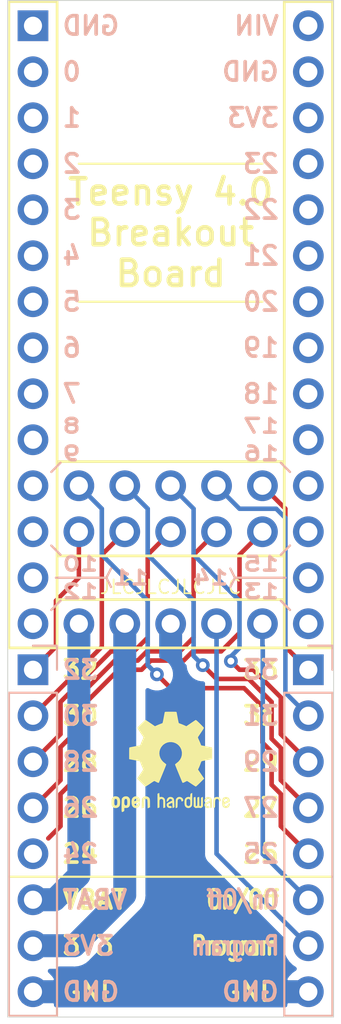
<source format=kicad_pcb>
(kicad_pcb (version 20171130) (host pcbnew "(5.1.5)-3")

  (general
    (thickness 1.6)
    (drawings 81)
    (tracks 113)
    (zones 0)
    (modules 4)
    (nets 44)
  )

  (page A4)
  (title_block
    (title "Teensy 4.0 Breakout Board")
    (date 2019-12-24)
    (rev A)
    (company "Ray Sun")
  )

  (layers
    (0 F.Cu signal)
    (31 B.Cu signal)
    (32 B.Adhes user hide)
    (33 F.Adhes user hide)
    (34 B.Paste user hide)
    (35 F.Paste user hide)
    (36 B.SilkS user)
    (37 F.SilkS user)
    (38 B.Mask user)
    (39 F.Mask user)
    (40 Dwgs.User user)
    (41 Cmts.User user)
    (42 Eco1.User user)
    (43 Eco2.User user)
    (44 Edge.Cuts user)
    (45 Margin user)
    (46 B.CrtYd user)
    (47 F.CrtYd user)
    (48 B.Fab user hide)
    (49 F.Fab user hide)
  )

  (setup
    (last_trace_width 0.254)
    (trace_clearance 0.254)
    (zone_clearance 0.508)
    (zone_45_only no)
    (trace_min 0.2)
    (via_size 0.762)
    (via_drill 0.381)
    (via_min_size 0.4)
    (via_min_drill 0.3)
    (uvia_size 0.3)
    (uvia_drill 0.1)
    (uvias_allowed no)
    (uvia_min_size 0.2)
    (uvia_min_drill 0.1)
    (edge_width 0.05)
    (segment_width 0.2)
    (pcb_text_width 0.3)
    (pcb_text_size 1.5 1.5)
    (mod_edge_width 0.12)
    (mod_text_size 1 1)
    (mod_text_width 0.15)
    (pad_size 1.524 1.524)
    (pad_drill 0.762)
    (pad_to_mask_clearance 0.051)
    (solder_mask_min_width 0.25)
    (aux_axis_origin 0 0)
    (grid_origin 127 76.2)
    (visible_elements 7FFFFFFF)
    (pcbplotparams
      (layerselection 0x010fc_ffffffff)
      (usegerberextensions false)
      (usegerberattributes false)
      (usegerberadvancedattributes false)
      (creategerberjobfile false)
      (excludeedgelayer true)
      (linewidth 0.100000)
      (plotframeref false)
      (viasonmask false)
      (mode 1)
      (useauxorigin false)
      (hpglpennumber 1)
      (hpglpenspeed 20)
      (hpglpendiameter 15.000000)
      (psnegative false)
      (psa4output false)
      (plotreference true)
      (plotvalue true)
      (plotinvisibletext false)
      (padsonsilk false)
      (subtractmaskfromsilk false)
      (outputformat 1)
      (mirror false)
      (drillshape 1)
      (scaleselection 1)
      (outputdirectory ""))
  )

  (net 0 "")
  (net 1 "Net-(J1-Pad5)")
  (net 2 "Net-(J1-Pad4)")
  (net 3 "Net-(J1-Pad3)")
  (net 4 "Net-(J1-Pad2)")
  (net 5 "Net-(J1-Pad1)")
  (net 6 "Net-(J2-Pad7)")
  (net 7 "Net-(J2-Pad6)")
  (net 8 "Net-(J2-Pad5)")
  (net 9 "Net-(J2-Pad4)")
  (net 10 "Net-(J2-Pad3)")
  (net 11 "Net-(J2-Pad2)")
  (net 12 "Net-(J2-Pad1)")
  (net 13 "Net-(U1-Pad2)")
  (net 14 "Net-(U1-Pad3)")
  (net 15 "Net-(U1-Pad4)")
  (net 16 "Net-(U1-Pad5)")
  (net 17 "Net-(U1-Pad6)")
  (net 18 "Net-(U1-Pad7)")
  (net 19 "Net-(U1-Pad8)")
  (net 20 "Net-(U1-Pad9)")
  (net 21 "Net-(U1-Pad10)")
  (net 22 "Net-(U1-Pad11)")
  (net 23 "Net-(U1-Pad12)")
  (net 24 "Net-(U1-Pad13)")
  (net 25 "Net-(U1-Pad14)")
  (net 26 "Net-(U1-Pad15)")
  (net 27 "Net-(U1-Pad16)")
  (net 28 "Net-(U1-Pad17)")
  (net 29 "Net-(U1-Pad18)")
  (net 30 "Net-(U1-Pad19)")
  (net 31 "Net-(U1-Pad20)")
  (net 32 "Net-(U1-Pad21)")
  (net 33 "Net-(U1-Pad22)")
  (net 34 "Net-(U1-Pad23)")
  (net 35 "Net-(U1-Pad24)")
  (net 36 "Net-(U1-Pad25)")
  (net 37 "Net-(U1-Pad26)")
  (net 38 "Net-(U1-Pad27)")
  (net 39 "Net-(U1-Pad28)")
  (net 40 "Net-(U1-Pad1)")
  (net 41 GND)
  (net 42 +3V3)
  (net 43 VCC)

  (net_class Default "This is the default net class."
    (clearance 0.254)
    (trace_width 0.254)
    (via_dia 0.762)
    (via_drill 0.381)
    (uvia_dia 0.3)
    (uvia_drill 0.1)
    (add_net "Net-(J1-Pad1)")
    (add_net "Net-(J1-Pad2)")
    (add_net "Net-(J1-Pad3)")
    (add_net "Net-(J1-Pad4)")
    (add_net "Net-(J1-Pad5)")
    (add_net "Net-(J2-Pad1)")
    (add_net "Net-(J2-Pad2)")
    (add_net "Net-(J2-Pad3)")
    (add_net "Net-(J2-Pad4)")
    (add_net "Net-(J2-Pad5)")
    (add_net "Net-(J2-Pad6)")
    (add_net "Net-(J2-Pad7)")
    (add_net "Net-(U1-Pad1)")
    (add_net "Net-(U1-Pad10)")
    (add_net "Net-(U1-Pad11)")
    (add_net "Net-(U1-Pad12)")
    (add_net "Net-(U1-Pad13)")
    (add_net "Net-(U1-Pad14)")
    (add_net "Net-(U1-Pad15)")
    (add_net "Net-(U1-Pad16)")
    (add_net "Net-(U1-Pad17)")
    (add_net "Net-(U1-Pad18)")
    (add_net "Net-(U1-Pad19)")
    (add_net "Net-(U1-Pad2)")
    (add_net "Net-(U1-Pad20)")
    (add_net "Net-(U1-Pad21)")
    (add_net "Net-(U1-Pad22)")
    (add_net "Net-(U1-Pad23)")
    (add_net "Net-(U1-Pad24)")
    (add_net "Net-(U1-Pad25)")
    (add_net "Net-(U1-Pad26)")
    (add_net "Net-(U1-Pad27)")
    (add_net "Net-(U1-Pad28)")
    (add_net "Net-(U1-Pad3)")
    (add_net "Net-(U1-Pad4)")
    (add_net "Net-(U1-Pad5)")
    (add_net "Net-(U1-Pad6)")
    (add_net "Net-(U1-Pad7)")
    (add_net "Net-(U1-Pad8)")
    (add_net "Net-(U1-Pad9)")
  )

  (net_class Power ""
    (clearance 0.254)
    (trace_width 1.27)
    (via_dia 1.524)
    (via_drill 0.762)
    (uvia_dia 0.3)
    (uvia_drill 0.1)
    (add_net +3V3)
    (add_net GND)
    (add_net VCC)
  )

  (module Symbol:OSHW-Logo2_7.3x6mm_SilkScreen (layer F.Cu) (tedit 0) (tstamp 5E0362F1)
    (at 134.62 116.84)
    (descr "Open Source Hardware Symbol")
    (tags "Logo Symbol OSHW")
    (attr virtual)
    (fp_text reference REF** (at 0 0) (layer F.SilkS) hide
      (effects (font (size 1 1) (thickness 0.15)))
    )
    (fp_text value OSHW-Logo2_7.3x6mm_SilkScreen (at 0.75 0) (layer F.Fab) hide
      (effects (font (size 1 1) (thickness 0.15)))
    )
    (fp_poly (pts (xy 0.10391 -2.757652) (xy 0.182454 -2.757222) (xy 0.239298 -2.756058) (xy 0.278105 -2.753793)
      (xy 0.302538 -2.75006) (xy 0.316262 -2.744494) (xy 0.32294 -2.736727) (xy 0.326236 -2.726395)
      (xy 0.326556 -2.725057) (xy 0.331562 -2.700921) (xy 0.340829 -2.653299) (xy 0.353392 -2.587259)
      (xy 0.368287 -2.507872) (xy 0.384551 -2.420204) (xy 0.385119 -2.417125) (xy 0.40141 -2.331211)
      (xy 0.416652 -2.255304) (xy 0.429861 -2.193955) (xy 0.440054 -2.151718) (xy 0.446248 -2.133145)
      (xy 0.446543 -2.132816) (xy 0.464788 -2.123747) (xy 0.502405 -2.108633) (xy 0.551271 -2.090738)
      (xy 0.551543 -2.090642) (xy 0.613093 -2.067507) (xy 0.685657 -2.038035) (xy 0.754057 -2.008403)
      (xy 0.757294 -2.006938) (xy 0.868702 -1.956374) (xy 1.115399 -2.12484) (xy 1.191077 -2.176197)
      (xy 1.259631 -2.222111) (xy 1.317088 -2.25997) (xy 1.359476 -2.287163) (xy 1.382825 -2.301079)
      (xy 1.385042 -2.302111) (xy 1.40201 -2.297516) (xy 1.433701 -2.275345) (xy 1.481352 -2.234553)
      (xy 1.546198 -2.174095) (xy 1.612397 -2.109773) (xy 1.676214 -2.046388) (xy 1.733329 -1.988549)
      (xy 1.780305 -1.939825) (xy 1.813703 -1.90379) (xy 1.830085 -1.884016) (xy 1.830694 -1.882998)
      (xy 1.832505 -1.869428) (xy 1.825683 -1.847267) (xy 1.80854 -1.813522) (xy 1.779393 -1.7652)
      (xy 1.736555 -1.699308) (xy 1.679448 -1.614483) (xy 1.628766 -1.539823) (xy 1.583461 -1.47286)
      (xy 1.54615 -1.417484) (xy 1.519452 -1.37758) (xy 1.505985 -1.357038) (xy 1.505137 -1.355644)
      (xy 1.506781 -1.335962) (xy 1.519245 -1.297707) (xy 1.540048 -1.248111) (xy 1.547462 -1.232272)
      (xy 1.579814 -1.16171) (xy 1.614328 -1.081647) (xy 1.642365 -1.012371) (xy 1.662568 -0.960955)
      (xy 1.678615 -0.921881) (xy 1.687888 -0.901459) (xy 1.689041 -0.899886) (xy 1.706096 -0.897279)
      (xy 1.746298 -0.890137) (xy 1.804302 -0.879477) (xy 1.874763 -0.866315) (xy 1.952335 -0.851667)
      (xy 2.031672 -0.836551) (xy 2.107431 -0.821982) (xy 2.174264 -0.808978) (xy 2.226828 -0.798555)
      (xy 2.259776 -0.79173) (xy 2.267857 -0.789801) (xy 2.276205 -0.785038) (xy 2.282506 -0.774282)
      (xy 2.287045 -0.753902) (xy 2.290104 -0.720266) (xy 2.291967 -0.669745) (xy 2.292918 -0.598708)
      (xy 2.29324 -0.503524) (xy 2.293257 -0.464508) (xy 2.293257 -0.147201) (xy 2.217057 -0.132161)
      (xy 2.174663 -0.124005) (xy 2.1114 -0.112101) (xy 2.034962 -0.097884) (xy 1.953043 -0.08279)
      (xy 1.9304 -0.078645) (xy 1.854806 -0.063947) (xy 1.788953 -0.049495) (xy 1.738366 -0.036625)
      (xy 1.708574 -0.026678) (xy 1.703612 -0.023713) (xy 1.691426 -0.002717) (xy 1.673953 0.037967)
      (xy 1.654577 0.090322) (xy 1.650734 0.1016) (xy 1.625339 0.171523) (xy 1.593817 0.250418)
      (xy 1.562969 0.321266) (xy 1.562817 0.321595) (xy 1.511447 0.432733) (xy 1.680399 0.681253)
      (xy 1.849352 0.929772) (xy 1.632429 1.147058) (xy 1.566819 1.211726) (xy 1.506979 1.268733)
      (xy 1.456267 1.315033) (xy 1.418046 1.347584) (xy 1.395675 1.363343) (xy 1.392466 1.364343)
      (xy 1.373626 1.356469) (xy 1.33518 1.334578) (xy 1.28133 1.301267) (xy 1.216276 1.259131)
      (xy 1.14594 1.211943) (xy 1.074555 1.16381) (xy 1.010908 1.121928) (xy 0.959041 1.088871)
      (xy 0.922995 1.067218) (xy 0.906867 1.059543) (xy 0.887189 1.066037) (xy 0.849875 1.08315)
      (xy 0.802621 1.107326) (xy 0.797612 1.110013) (xy 0.733977 1.141927) (xy 0.690341 1.157579)
      (xy 0.663202 1.157745) (xy 0.649057 1.143204) (xy 0.648975 1.143) (xy 0.641905 1.125779)
      (xy 0.625042 1.084899) (xy 0.599695 1.023525) (xy 0.567171 0.944819) (xy 0.528778 0.851947)
      (xy 0.485822 0.748072) (xy 0.444222 0.647502) (xy 0.398504 0.536516) (xy 0.356526 0.433703)
      (xy 0.319548 0.342215) (xy 0.288827 0.265201) (xy 0.265622 0.205815) (xy 0.25119 0.167209)
      (xy 0.246743 0.1528) (xy 0.257896 0.136272) (xy 0.287069 0.10993) (xy 0.325971 0.080887)
      (xy 0.436757 -0.010961) (xy 0.523351 -0.116241) (xy 0.584716 -0.232734) (xy 0.619815 -0.358224)
      (xy 0.627608 -0.490493) (xy 0.621943 -0.551543) (xy 0.591078 -0.678205) (xy 0.53792 -0.790059)
      (xy 0.465767 -0.885999) (xy 0.377917 -0.964924) (xy 0.277665 -1.02573) (xy 0.16831 -1.067313)
      (xy 0.053147 -1.088572) (xy -0.064525 -1.088401) (xy -0.18141 -1.065699) (xy -0.294211 -1.019362)
      (xy -0.399631 -0.948287) (xy -0.443632 -0.908089) (xy -0.528021 -0.804871) (xy -0.586778 -0.692075)
      (xy -0.620296 -0.57299) (xy -0.628965 -0.450905) (xy -0.613177 -0.329107) (xy -0.573322 -0.210884)
      (xy -0.509793 -0.099525) (xy -0.422979 0.001684) (xy -0.325971 0.080887) (xy -0.285563 0.111162)
      (xy -0.257018 0.137219) (xy -0.246743 0.152825) (xy -0.252123 0.169843) (xy -0.267425 0.2105)
      (xy -0.291388 0.271642) (xy -0.322756 0.350119) (xy -0.360268 0.44278) (xy -0.402667 0.546472)
      (xy -0.444337 0.647526) (xy -0.49031 0.758607) (xy -0.532893 0.861541) (xy -0.570779 0.953165)
      (xy -0.60266 1.030316) (xy -0.627229 1.089831) (xy -0.64318 1.128544) (xy -0.64909 1.143)
      (xy -0.663052 1.157685) (xy -0.69006 1.157642) (xy -0.733587 1.142099) (xy -0.79711 1.110284)
      (xy -0.797612 1.110013) (xy -0.84544 1.085323) (xy -0.884103 1.067338) (xy -0.905905 1.059614)
      (xy -0.906867 1.059543) (xy -0.923279 1.067378) (xy -0.959513 1.089165) (xy -1.011526 1.122328)
      (xy -1.075275 1.164291) (xy -1.14594 1.211943) (xy -1.217884 1.260191) (xy -1.282726 1.302151)
      (xy -1.336265 1.335227) (xy -1.374303 1.356821) (xy -1.392467 1.364343) (xy -1.409192 1.354457)
      (xy -1.44282 1.326826) (xy -1.48999 1.284495) (xy -1.547342 1.230505) (xy -1.611516 1.167899)
      (xy -1.632503 1.146983) (xy -1.849501 0.929623) (xy -1.684332 0.68722) (xy -1.634136 0.612781)
      (xy -1.590081 0.545972) (xy -1.554638 0.490665) (xy -1.530281 0.450729) (xy -1.519478 0.430036)
      (xy -1.519162 0.428563) (xy -1.524857 0.409058) (xy -1.540174 0.369822) (xy -1.562463 0.31743)
      (xy -1.578107 0.282355) (xy -1.607359 0.215201) (xy -1.634906 0.147358) (xy -1.656263 0.090034)
      (xy -1.662065 0.072572) (xy -1.678548 0.025938) (xy -1.69466 -0.010095) (xy -1.70351 -0.023713)
      (xy -1.72304 -0.032048) (xy -1.765666 -0.043863) (xy -1.825855 -0.057819) (xy -1.898078 -0.072578)
      (xy -1.9304 -0.078645) (xy -2.012478 -0.093727) (xy -2.091205 -0.108331) (xy -2.158891 -0.12102)
      (xy -2.20784 -0.130358) (xy -2.217057 -0.132161) (xy -2.293257 -0.147201) (xy -2.293257 -0.464508)
      (xy -2.293086 -0.568846) (xy -2.292384 -0.647787) (xy -2.290866 -0.704962) (xy -2.288251 -0.744001)
      (xy -2.284254 -0.768535) (xy -2.278591 -0.782195) (xy -2.27098 -0.788611) (xy -2.267857 -0.789801)
      (xy -2.249022 -0.79402) (xy -2.207412 -0.802438) (xy -2.14837 -0.814039) (xy -2.077243 -0.827805)
      (xy -1.999375 -0.84272) (xy -1.920113 -0.857768) (xy -1.844802 -0.871931) (xy -1.778787 -0.884194)
      (xy -1.727413 -0.893539) (xy -1.696025 -0.89895) (xy -1.689041 -0.899886) (xy -1.682715 -0.912404)
      (xy -1.66871 -0.945754) (xy -1.649645 -0.993623) (xy -1.642366 -1.012371) (xy -1.613004 -1.084805)
      (xy -1.578429 -1.16483) (xy -1.547463 -1.232272) (xy -1.524677 -1.283841) (xy -1.509518 -1.326215)
      (xy -1.504458 -1.352166) (xy -1.505264 -1.355644) (xy -1.515959 -1.372064) (xy -1.54038 -1.408583)
      (xy -1.575905 -1.461313) (xy -1.619913 -1.526365) (xy -1.669783 -1.599849) (xy -1.679644 -1.614355)
      (xy -1.737508 -1.700296) (xy -1.780044 -1.765739) (xy -1.808946 -1.813696) (xy -1.82591 -1.84718)
      (xy -1.832633 -1.869205) (xy -1.83081 -1.882783) (xy -1.830764 -1.882869) (xy -1.816414 -1.900703)
      (xy -1.784677 -1.935183) (xy -1.73899 -1.982732) (xy -1.682796 -2.039778) (xy -1.619532 -2.102745)
      (xy -1.612398 -2.109773) (xy -1.53267 -2.18698) (xy -1.471143 -2.24367) (xy -1.426579 -2.28089)
      (xy -1.397743 -2.299685) (xy -1.385042 -2.302111) (xy -1.366506 -2.291529) (xy -1.328039 -2.267084)
      (xy -1.273614 -2.231388) (xy -1.207202 -2.187053) (xy -1.132775 -2.136689) (xy -1.115399 -2.12484)
      (xy -0.868703 -1.956374) (xy -0.757294 -2.006938) (xy -0.689543 -2.036405) (xy -0.616817 -2.066041)
      (xy -0.554297 -2.08967) (xy -0.551543 -2.090642) (xy -0.50264 -2.108543) (xy -0.464943 -2.12368)
      (xy -0.446575 -2.13279) (xy -0.446544 -2.132816) (xy -0.440715 -2.149283) (xy -0.430808 -2.189781)
      (xy -0.417805 -2.249758) (xy -0.402691 -2.32466) (xy -0.386448 -2.409936) (xy -0.385119 -2.417125)
      (xy -0.368825 -2.504986) (xy -0.353867 -2.58474) (xy -0.341209 -2.651319) (xy -0.331814 -2.699653)
      (xy -0.326646 -2.724675) (xy -0.326556 -2.725057) (xy -0.323411 -2.735701) (xy -0.317296 -2.743738)
      (xy -0.304547 -2.749533) (xy -0.2815 -2.753453) (xy -0.244491 -2.755865) (xy -0.189856 -2.757135)
      (xy -0.113933 -2.757629) (xy -0.013056 -2.757714) (xy 0 -2.757714) (xy 0.10391 -2.757652)) (layer F.SilkS) (width 0.01))
    (fp_poly (pts (xy 3.153595 1.966966) (xy 3.211021 2.004497) (xy 3.238719 2.038096) (xy 3.260662 2.099064)
      (xy 3.262405 2.147308) (xy 3.258457 2.211816) (xy 3.109686 2.276934) (xy 3.037349 2.310202)
      (xy 2.990084 2.336964) (xy 2.965507 2.360144) (xy 2.961237 2.382667) (xy 2.974889 2.407455)
      (xy 2.989943 2.423886) (xy 3.033746 2.450235) (xy 3.081389 2.452081) (xy 3.125145 2.431546)
      (xy 3.157289 2.390752) (xy 3.163038 2.376347) (xy 3.190576 2.331356) (xy 3.222258 2.312182)
      (xy 3.265714 2.295779) (xy 3.265714 2.357966) (xy 3.261872 2.400283) (xy 3.246823 2.435969)
      (xy 3.21528 2.476943) (xy 3.210592 2.482267) (xy 3.175506 2.51872) (xy 3.145347 2.538283)
      (xy 3.107615 2.547283) (xy 3.076335 2.55023) (xy 3.020385 2.550965) (xy 2.980555 2.54166)
      (xy 2.955708 2.527846) (xy 2.916656 2.497467) (xy 2.889625 2.464613) (xy 2.872517 2.423294)
      (xy 2.863238 2.367521) (xy 2.859693 2.291305) (xy 2.85941 2.252622) (xy 2.860372 2.206247)
      (xy 2.948007 2.206247) (xy 2.949023 2.231126) (xy 2.951556 2.2352) (xy 2.968274 2.229665)
      (xy 3.004249 2.215017) (xy 3.052331 2.19419) (xy 3.062386 2.189714) (xy 3.123152 2.158814)
      (xy 3.156632 2.131657) (xy 3.16399 2.10622) (xy 3.146391 2.080481) (xy 3.131856 2.069109)
      (xy 3.07941 2.046364) (xy 3.030322 2.050122) (xy 2.989227 2.077884) (xy 2.960758 2.127152)
      (xy 2.951631 2.166257) (xy 2.948007 2.206247) (xy 2.860372 2.206247) (xy 2.861285 2.162249)
      (xy 2.868196 2.095384) (xy 2.881884 2.046695) (xy 2.904096 2.010849) (xy 2.936574 1.982513)
      (xy 2.950733 1.973355) (xy 3.015053 1.949507) (xy 3.085473 1.948006) (xy 3.153595 1.966966)) (layer F.SilkS) (width 0.01))
    (fp_poly (pts (xy 2.6526 1.958752) (xy 2.669948 1.966334) (xy 2.711356 1.999128) (xy 2.746765 2.046547)
      (xy 2.768664 2.097151) (xy 2.772229 2.122098) (xy 2.760279 2.156927) (xy 2.734067 2.175357)
      (xy 2.705964 2.186516) (xy 2.693095 2.188572) (xy 2.686829 2.173649) (xy 2.674456 2.141175)
      (xy 2.669028 2.126502) (xy 2.63859 2.075744) (xy 2.59452 2.050427) (xy 2.53801 2.051206)
      (xy 2.533825 2.052203) (xy 2.503655 2.066507) (xy 2.481476 2.094393) (xy 2.466327 2.139287)
      (xy 2.45725 2.204615) (xy 2.453286 2.293804) (xy 2.452914 2.341261) (xy 2.45273 2.416071)
      (xy 2.451522 2.467069) (xy 2.448309 2.499471) (xy 2.442109 2.518495) (xy 2.43194 2.529356)
      (xy 2.416819 2.537272) (xy 2.415946 2.53767) (xy 2.386828 2.549981) (xy 2.372403 2.554514)
      (xy 2.370186 2.540809) (xy 2.368289 2.502925) (xy 2.366847 2.445715) (xy 2.365998 2.374027)
      (xy 2.365829 2.321565) (xy 2.366692 2.220047) (xy 2.37007 2.143032) (xy 2.377142 2.086023)
      (xy 2.389088 2.044526) (xy 2.40709 2.014043) (xy 2.432327 1.99008) (xy 2.457247 1.973355)
      (xy 2.517171 1.951097) (xy 2.586911 1.946076) (xy 2.6526 1.958752)) (layer F.SilkS) (width 0.01))
    (fp_poly (pts (xy 2.144876 1.956335) (xy 2.186667 1.975344) (xy 2.219469 1.998378) (xy 2.243503 2.024133)
      (xy 2.260097 2.057358) (xy 2.270577 2.1028) (xy 2.276271 2.165207) (xy 2.278507 2.249327)
      (xy 2.278743 2.304721) (xy 2.278743 2.520826) (xy 2.241774 2.53767) (xy 2.212656 2.549981)
      (xy 2.198231 2.554514) (xy 2.195472 2.541025) (xy 2.193282 2.504653) (xy 2.191942 2.451542)
      (xy 2.191657 2.409372) (xy 2.190434 2.348447) (xy 2.187136 2.300115) (xy 2.182321 2.270518)
      (xy 2.178496 2.264229) (xy 2.152783 2.270652) (xy 2.112418 2.287125) (xy 2.065679 2.309458)
      (xy 2.020845 2.333457) (xy 1.986193 2.35493) (xy 1.970002 2.369685) (xy 1.969938 2.369845)
      (xy 1.97133 2.397152) (xy 1.983818 2.423219) (xy 2.005743 2.444392) (xy 2.037743 2.451474)
      (xy 2.065092 2.450649) (xy 2.103826 2.450042) (xy 2.124158 2.459116) (xy 2.136369 2.483092)
      (xy 2.137909 2.487613) (xy 2.143203 2.521806) (xy 2.129047 2.542568) (xy 2.092148 2.552462)
      (xy 2.052289 2.554292) (xy 1.980562 2.540727) (xy 1.943432 2.521355) (xy 1.897576 2.475845)
      (xy 1.873256 2.419983) (xy 1.871073 2.360957) (xy 1.891629 2.305953) (xy 1.922549 2.271486)
      (xy 1.95342 2.252189) (xy 2.001942 2.227759) (xy 2.058485 2.202985) (xy 2.06791 2.199199)
      (xy 2.130019 2.171791) (xy 2.165822 2.147634) (xy 2.177337 2.123619) (xy 2.16658 2.096635)
      (xy 2.148114 2.075543) (xy 2.104469 2.049572) (xy 2.056446 2.047624) (xy 2.012406 2.067637)
      (xy 1.980709 2.107551) (xy 1.976549 2.117848) (xy 1.952327 2.155724) (xy 1.916965 2.183842)
      (xy 1.872343 2.206917) (xy 1.872343 2.141485) (xy 1.874969 2.101506) (xy 1.88623 2.069997)
      (xy 1.911199 2.036378) (xy 1.935169 2.010484) (xy 1.972441 1.973817) (xy 2.001401 1.954121)
      (xy 2.032505 1.94622) (xy 2.067713 1.944914) (xy 2.144876 1.956335)) (layer F.SilkS) (width 0.01))
    (fp_poly (pts (xy 1.779833 1.958663) (xy 1.782048 1.99685) (xy 1.783784 2.054886) (xy 1.784899 2.12818)
      (xy 1.785257 2.205055) (xy 1.785257 2.465196) (xy 1.739326 2.511127) (xy 1.707675 2.539429)
      (xy 1.67989 2.550893) (xy 1.641915 2.550168) (xy 1.62684 2.548321) (xy 1.579726 2.542948)
      (xy 1.540756 2.539869) (xy 1.531257 2.539585) (xy 1.499233 2.541445) (xy 1.453432 2.546114)
      (xy 1.435674 2.548321) (xy 1.392057 2.551735) (xy 1.362745 2.54432) (xy 1.33368 2.521427)
      (xy 1.323188 2.511127) (xy 1.277257 2.465196) (xy 1.277257 1.978602) (xy 1.314226 1.961758)
      (xy 1.346059 1.949282) (xy 1.364683 1.944914) (xy 1.369458 1.958718) (xy 1.373921 1.997286)
      (xy 1.377775 2.056356) (xy 1.380722 2.131663) (xy 1.382143 2.195286) (xy 1.386114 2.445657)
      (xy 1.420759 2.450556) (xy 1.452268 2.447131) (xy 1.467708 2.436041) (xy 1.472023 2.415308)
      (xy 1.475708 2.371145) (xy 1.478469 2.309146) (xy 1.480012 2.234909) (xy 1.480235 2.196706)
      (xy 1.480457 1.976783) (xy 1.526166 1.960849) (xy 1.558518 1.950015) (xy 1.576115 1.944962)
      (xy 1.576623 1.944914) (xy 1.578388 1.958648) (xy 1.580329 1.99673) (xy 1.582282 2.054482)
      (xy 1.584084 2.127227) (xy 1.585343 2.195286) (xy 1.589314 2.445657) (xy 1.6764 2.445657)
      (xy 1.680396 2.21724) (xy 1.684392 1.988822) (xy 1.726847 1.966868) (xy 1.758192 1.951793)
      (xy 1.776744 1.944951) (xy 1.777279 1.944914) (xy 1.779833 1.958663)) (layer F.SilkS) (width 0.01))
    (fp_poly (pts (xy 1.190117 2.065358) (xy 1.189933 2.173837) (xy 1.189219 2.257287) (xy 1.187675 2.319704)
      (xy 1.185001 2.365085) (xy 1.180894 2.397429) (xy 1.175055 2.420733) (xy 1.167182 2.438995)
      (xy 1.161221 2.449418) (xy 1.111855 2.505945) (xy 1.049264 2.541377) (xy 0.980013 2.55409)
      (xy 0.910668 2.542463) (xy 0.869375 2.521568) (xy 0.826025 2.485422) (xy 0.796481 2.441276)
      (xy 0.778655 2.383462) (xy 0.770463 2.306313) (xy 0.769302 2.249714) (xy 0.769458 2.245647)
      (xy 0.870857 2.245647) (xy 0.871476 2.31055) (xy 0.874314 2.353514) (xy 0.88084 2.381622)
      (xy 0.892523 2.401953) (xy 0.906483 2.417288) (xy 0.953365 2.44689) (xy 1.003701 2.449419)
      (xy 1.051276 2.424705) (xy 1.054979 2.421356) (xy 1.070783 2.403935) (xy 1.080693 2.383209)
      (xy 1.086058 2.352362) (xy 1.088228 2.304577) (xy 1.088571 2.251748) (xy 1.087827 2.185381)
      (xy 1.084748 2.141106) (xy 1.078061 2.112009) (xy 1.066496 2.091173) (xy 1.057013 2.080107)
      (xy 1.01296 2.052198) (xy 0.962224 2.048843) (xy 0.913796 2.070159) (xy 0.90445 2.078073)
      (xy 0.88854 2.095647) (xy 0.87861 2.116587) (xy 0.873278 2.147782) (xy 0.871163 2.196122)
      (xy 0.870857 2.245647) (xy 0.769458 2.245647) (xy 0.77281 2.158568) (xy 0.784726 2.090086)
      (xy 0.807135 2.0386) (xy 0.842124 1.998443) (xy 0.869375 1.977861) (xy 0.918907 1.955625)
      (xy 0.976316 1.945304) (xy 1.029682 1.948067) (xy 1.059543 1.959212) (xy 1.071261 1.962383)
      (xy 1.079037 1.950557) (xy 1.084465 1.918866) (xy 1.088571 1.870593) (xy 1.093067 1.816829)
      (xy 1.099313 1.784482) (xy 1.110676 1.765985) (xy 1.130528 1.75377) (xy 1.143 1.748362)
      (xy 1.190171 1.728601) (xy 1.190117 2.065358)) (layer F.SilkS) (width 0.01))
    (fp_poly (pts (xy 0.529926 1.949755) (xy 0.595858 1.974084) (xy 0.649273 2.017117) (xy 0.670164 2.047409)
      (xy 0.692939 2.102994) (xy 0.692466 2.143186) (xy 0.668562 2.170217) (xy 0.659717 2.174813)
      (xy 0.62153 2.189144) (xy 0.602028 2.185472) (xy 0.595422 2.161407) (xy 0.595086 2.148114)
      (xy 0.582992 2.09921) (xy 0.551471 2.064999) (xy 0.507659 2.048476) (xy 0.458695 2.052634)
      (xy 0.418894 2.074227) (xy 0.40545 2.086544) (xy 0.395921 2.101487) (xy 0.389485 2.124075)
      (xy 0.385317 2.159328) (xy 0.382597 2.212266) (xy 0.380502 2.287907) (xy 0.37996 2.311857)
      (xy 0.377981 2.39379) (xy 0.375731 2.451455) (xy 0.372357 2.489608) (xy 0.367006 2.513004)
      (xy 0.358824 2.526398) (xy 0.346959 2.534545) (xy 0.339362 2.538144) (xy 0.307102 2.550452)
      (xy 0.288111 2.554514) (xy 0.281836 2.540948) (xy 0.278006 2.499934) (xy 0.2766 2.430999)
      (xy 0.277598 2.333669) (xy 0.277908 2.318657) (xy 0.280101 2.229859) (xy 0.282693 2.165019)
      (xy 0.286382 2.119067) (xy 0.291864 2.086935) (xy 0.299835 2.063553) (xy 0.310993 2.043852)
      (xy 0.31683 2.03541) (xy 0.350296 1.998057) (xy 0.387727 1.969003) (xy 0.392309 1.966467)
      (xy 0.459426 1.946443) (xy 0.529926 1.949755)) (layer F.SilkS) (width 0.01))
    (fp_poly (pts (xy 0.039744 1.950968) (xy 0.096616 1.972087) (xy 0.097267 1.972493) (xy 0.13244 1.99838)
      (xy 0.158407 2.028633) (xy 0.17667 2.068058) (xy 0.188732 2.121462) (xy 0.196096 2.193651)
      (xy 0.200264 2.289432) (xy 0.200629 2.303078) (xy 0.205876 2.508842) (xy 0.161716 2.531678)
      (xy 0.129763 2.54711) (xy 0.11047 2.554423) (xy 0.109578 2.554514) (xy 0.106239 2.541022)
      (xy 0.103587 2.504626) (xy 0.101956 2.451452) (xy 0.1016 2.408393) (xy 0.101592 2.338641)
      (xy 0.098403 2.294837) (xy 0.087288 2.273944) (xy 0.063501 2.272925) (xy 0.022296 2.288741)
      (xy -0.039914 2.317815) (xy -0.085659 2.341963) (xy -0.109187 2.362913) (xy -0.116104 2.385747)
      (xy -0.116114 2.386877) (xy -0.104701 2.426212) (xy -0.070908 2.447462) (xy -0.019191 2.450539)
      (xy 0.018061 2.450006) (xy 0.037703 2.460735) (xy 0.049952 2.486505) (xy 0.057002 2.519337)
      (xy 0.046842 2.537966) (xy 0.043017 2.540632) (xy 0.007001 2.55134) (xy -0.043434 2.552856)
      (xy -0.095374 2.545759) (xy -0.132178 2.532788) (xy -0.183062 2.489585) (xy -0.211986 2.429446)
      (xy -0.217714 2.382462) (xy -0.213343 2.340082) (xy -0.197525 2.305488) (xy -0.166203 2.274763)
      (xy -0.115322 2.24399) (xy -0.040824 2.209252) (xy -0.036286 2.207288) (xy 0.030821 2.176287)
      (xy 0.072232 2.150862) (xy 0.089981 2.128014) (xy 0.086107 2.104745) (xy 0.062643 2.078056)
      (xy 0.055627 2.071914) (xy 0.00863 2.0481) (xy -0.040067 2.049103) (xy -0.082478 2.072451)
      (xy -0.110616 2.115675) (xy -0.113231 2.12416) (xy -0.138692 2.165308) (xy -0.170999 2.185128)
      (xy -0.217714 2.20477) (xy -0.217714 2.15395) (xy -0.203504 2.080082) (xy -0.161325 2.012327)
      (xy -0.139376 1.989661) (xy -0.089483 1.960569) (xy -0.026033 1.9474) (xy 0.039744 1.950968)) (layer F.SilkS) (width 0.01))
    (fp_poly (pts (xy -0.624114 1.851289) (xy -0.619861 1.910613) (xy -0.614975 1.945572) (xy -0.608205 1.96082)
      (xy -0.598298 1.961015) (xy -0.595086 1.959195) (xy -0.552356 1.946015) (xy -0.496773 1.946785)
      (xy -0.440263 1.960333) (xy -0.404918 1.977861) (xy -0.368679 2.005861) (xy -0.342187 2.037549)
      (xy -0.324001 2.077813) (xy -0.312678 2.131543) (xy -0.306778 2.203626) (xy -0.304857 2.298951)
      (xy -0.304823 2.317237) (xy -0.3048 2.522646) (xy -0.350509 2.53858) (xy -0.382973 2.54942)
      (xy -0.400785 2.554468) (xy -0.401309 2.554514) (xy -0.403063 2.540828) (xy -0.404556 2.503076)
      (xy -0.405674 2.446224) (xy -0.406303 2.375234) (xy -0.4064 2.332073) (xy -0.406602 2.246973)
      (xy -0.407642 2.185981) (xy -0.410169 2.144177) (xy -0.414836 2.116642) (xy -0.422293 2.098456)
      (xy -0.433189 2.084698) (xy -0.439993 2.078073) (xy -0.486728 2.051375) (xy -0.537728 2.049375)
      (xy -0.583999 2.071955) (xy -0.592556 2.080107) (xy -0.605107 2.095436) (xy -0.613812 2.113618)
      (xy -0.619369 2.139909) (xy -0.622474 2.179562) (xy -0.623824 2.237832) (xy -0.624114 2.318173)
      (xy -0.624114 2.522646) (xy -0.669823 2.53858) (xy -0.702287 2.54942) (xy -0.720099 2.554468)
      (xy -0.720623 2.554514) (xy -0.721963 2.540623) (xy -0.723172 2.501439) (xy -0.724199 2.4407)
      (xy -0.724998 2.362141) (xy -0.725519 2.269498) (xy -0.725714 2.166509) (xy -0.725714 1.769342)
      (xy -0.678543 1.749444) (xy -0.631371 1.729547) (xy -0.624114 1.851289)) (layer F.SilkS) (width 0.01))
    (fp_poly (pts (xy -1.831697 1.931239) (xy -1.774473 1.969735) (xy -1.730251 2.025335) (xy -1.703833 2.096086)
      (xy -1.69849 2.148162) (xy -1.699097 2.169893) (xy -1.704178 2.186531) (xy -1.718145 2.201437)
      (xy -1.745411 2.217973) (xy -1.790388 2.239498) (xy -1.857489 2.269374) (xy -1.857829 2.269524)
      (xy -1.919593 2.297813) (xy -1.970241 2.322933) (xy -2.004596 2.342179) (xy -2.017482 2.352848)
      (xy -2.017486 2.352934) (xy -2.006128 2.376166) (xy -1.979569 2.401774) (xy -1.949077 2.420221)
      (xy -1.93363 2.423886) (xy -1.891485 2.411212) (xy -1.855192 2.379471) (xy -1.837483 2.344572)
      (xy -1.820448 2.318845) (xy -1.787078 2.289546) (xy -1.747851 2.264235) (xy -1.713244 2.250471)
      (xy -1.706007 2.249714) (xy -1.697861 2.26216) (xy -1.69737 2.293972) (xy -1.703357 2.336866)
      (xy -1.714643 2.382558) (xy -1.73005 2.422761) (xy -1.730829 2.424322) (xy -1.777196 2.489062)
      (xy -1.837289 2.533097) (xy -1.905535 2.554711) (xy -1.976362 2.552185) (xy -2.044196 2.523804)
      (xy -2.047212 2.521808) (xy -2.100573 2.473448) (xy -2.13566 2.410352) (xy -2.155078 2.327387)
      (xy -2.157684 2.304078) (xy -2.162299 2.194055) (xy -2.156767 2.142748) (xy -2.017486 2.142748)
      (xy -2.015676 2.174753) (xy -2.005778 2.184093) (xy -1.981102 2.177105) (xy -1.942205 2.160587)
      (xy -1.898725 2.139881) (xy -1.897644 2.139333) (xy -1.860791 2.119949) (xy -1.846 2.107013)
      (xy -1.849647 2.093451) (xy -1.865005 2.075632) (xy -1.904077 2.049845) (xy -1.946154 2.04795)
      (xy -1.983897 2.066717) (xy -2.009966 2.102915) (xy -2.017486 2.142748) (xy -2.156767 2.142748)
      (xy -2.152806 2.106027) (xy -2.12845 2.036212) (xy -2.094544 1.987302) (xy -2.033347 1.937878)
      (xy -1.965937 1.913359) (xy -1.89712 1.911797) (xy -1.831697 1.931239)) (layer F.SilkS) (width 0.01))
    (fp_poly (pts (xy -2.958885 1.921962) (xy -2.890855 1.957733) (xy -2.840649 2.015301) (xy -2.822815 2.052312)
      (xy -2.808937 2.107882) (xy -2.801833 2.178096) (xy -2.80116 2.254727) (xy -2.806573 2.329552)
      (xy -2.81773 2.394342) (xy -2.834286 2.440873) (xy -2.839374 2.448887) (xy -2.899645 2.508707)
      (xy -2.971231 2.544535) (xy -3.048908 2.55502) (xy -3.127452 2.53881) (xy -3.149311 2.529092)
      (xy -3.191878 2.499143) (xy -3.229237 2.459433) (xy -3.232768 2.454397) (xy -3.247119 2.430124)
      (xy -3.256606 2.404178) (xy -3.26221 2.370022) (xy -3.264914 2.321119) (xy -3.265701 2.250935)
      (xy -3.265714 2.2352) (xy -3.265678 2.230192) (xy -3.120571 2.230192) (xy -3.119727 2.29643)
      (xy -3.116404 2.340386) (xy -3.109417 2.368779) (xy -3.097584 2.388325) (xy -3.091543 2.394857)
      (xy -3.056814 2.41968) (xy -3.023097 2.418548) (xy -2.989005 2.397016) (xy -2.968671 2.374029)
      (xy -2.956629 2.340478) (xy -2.949866 2.287569) (xy -2.949402 2.281399) (xy -2.948248 2.185513)
      (xy -2.960312 2.114299) (xy -2.98543 2.068194) (xy -3.02344 2.047635) (xy -3.037008 2.046514)
      (xy -3.072636 2.052152) (xy -3.097006 2.071686) (xy -3.111907 2.109042) (xy -3.119125 2.16815)
      (xy -3.120571 2.230192) (xy -3.265678 2.230192) (xy -3.265174 2.160413) (xy -3.262904 2.108159)
      (xy -3.257932 2.071949) (xy -3.249287 2.045299) (xy -3.235995 2.021722) (xy -3.233057 2.017338)
      (xy -3.183687 1.958249) (xy -3.129891 1.923947) (xy -3.064398 1.910331) (xy -3.042158 1.909665)
      (xy -2.958885 1.921962)) (layer F.SilkS) (width 0.01))
    (fp_poly (pts (xy -1.283907 1.92778) (xy -1.237328 1.954723) (xy -1.204943 1.981466) (xy -1.181258 2.009484)
      (xy -1.164941 2.043748) (xy -1.154661 2.089227) (xy -1.149086 2.150892) (xy -1.146884 2.233711)
      (xy -1.146629 2.293246) (xy -1.146629 2.512391) (xy -1.208314 2.540044) (xy -1.27 2.567697)
      (xy -1.277257 2.32767) (xy -1.280256 2.238028) (xy -1.283402 2.172962) (xy -1.287299 2.128026)
      (xy -1.292553 2.09877) (xy -1.299769 2.080748) (xy -1.30955 2.069511) (xy -1.312688 2.067079)
      (xy -1.360239 2.048083) (xy -1.408303 2.0556) (xy -1.436914 2.075543) (xy -1.448553 2.089675)
      (xy -1.456609 2.10822) (xy -1.461729 2.136334) (xy -1.464559 2.179173) (xy -1.465744 2.241895)
      (xy -1.465943 2.307261) (xy -1.465982 2.389268) (xy -1.467386 2.447316) (xy -1.472086 2.486465)
      (xy -1.482013 2.51178) (xy -1.499097 2.528323) (xy -1.525268 2.541156) (xy -1.560225 2.554491)
      (xy -1.598404 2.569007) (xy -1.593859 2.311389) (xy -1.592029 2.218519) (xy -1.589888 2.149889)
      (xy -1.586819 2.100711) (xy -1.582206 2.066198) (xy -1.575432 2.041562) (xy -1.565881 2.022016)
      (xy -1.554366 2.00477) (xy -1.49881 1.94968) (xy -1.43102 1.917822) (xy -1.357287 1.910191)
      (xy -1.283907 1.92778)) (layer F.SilkS) (width 0.01))
    (fp_poly (pts (xy -2.400256 1.919918) (xy -2.344799 1.947568) (xy -2.295852 1.99848) (xy -2.282371 2.017338)
      (xy -2.267686 2.042015) (xy -2.258158 2.068816) (xy -2.252707 2.104587) (xy -2.250253 2.156169)
      (xy -2.249714 2.224267) (xy -2.252148 2.317588) (xy -2.260606 2.387657) (xy -2.276826 2.439931)
      (xy -2.302546 2.479869) (xy -2.339503 2.512929) (xy -2.342218 2.514886) (xy -2.37864 2.534908)
      (xy -2.422498 2.544815) (xy -2.478276 2.547257) (xy -2.568952 2.547257) (xy -2.56899 2.635283)
      (xy -2.569834 2.684308) (xy -2.574976 2.713065) (xy -2.588413 2.730311) (xy -2.614142 2.744808)
      (xy -2.620321 2.747769) (xy -2.649236 2.761648) (xy -2.671624 2.770414) (xy -2.688271 2.771171)
      (xy -2.699964 2.761023) (xy -2.70749 2.737073) (xy -2.711634 2.696426) (xy -2.713185 2.636186)
      (xy -2.712929 2.553455) (xy -2.711651 2.445339) (xy -2.711252 2.413) (xy -2.709815 2.301524)
      (xy -2.708528 2.228603) (xy -2.569029 2.228603) (xy -2.568245 2.290499) (xy -2.56476 2.330997)
      (xy -2.556876 2.357708) (xy -2.542895 2.378244) (xy -2.533403 2.38826) (xy -2.494596 2.417567)
      (xy -2.460237 2.419952) (xy -2.424784 2.39575) (xy -2.423886 2.394857) (xy -2.409461 2.376153)
      (xy -2.400687 2.350732) (xy -2.396261 2.311584) (xy -2.394882 2.251697) (xy -2.394857 2.23843)
      (xy -2.398188 2.155901) (xy -2.409031 2.098691) (xy -2.42866 2.063766) (xy -2.45835 2.048094)
      (xy -2.475509 2.046514) (xy -2.516234 2.053926) (xy -2.544168 2.07833) (xy -2.560983 2.12298)
      (xy -2.56835 2.19113) (xy -2.569029 2.228603) (xy -2.708528 2.228603) (xy -2.708292 2.215245)
      (xy -2.706323 2.150333) (xy -2.70355 2.102958) (xy -2.699612 2.06929) (xy -2.694151 2.045498)
      (xy -2.686808 2.027753) (xy -2.677223 2.012224) (xy -2.673113 2.006381) (xy -2.618595 1.951185)
      (xy -2.549664 1.91989) (xy -2.469928 1.911165) (xy -2.400256 1.919918)) (layer F.SilkS) (width 0.01))
  )

  (module Connector_PinHeader_2.54mm:PinHeader_1x08_P2.54mm_Vertical (layer B.Cu) (tedit 59FED5CC) (tstamp 5E02243A)
    (at 142.24 111.76 180)
    (descr "Through hole straight pin header, 1x08, 2.54mm pitch, single row")
    (tags "Through hole pin header THT 1x08 2.54mm single row")
    (path /5E0234B8)
    (fp_text reference J2 (at 0 2.33) (layer B.SilkS) hide
      (effects (font (size 1 1) (thickness 0.15)) (justify mirror))
    )
    (fp_text value Conn_01x08 (at 0 -20.11) (layer B.Fab) hide
      (effects (font (size 1 1) (thickness 0.15)) (justify mirror))
    )
    (fp_text user %R (at 0 -8.89 270) (layer B.Fab)
      (effects (font (size 1 1) (thickness 0.15)) (justify mirror))
    )
    (fp_line (start 1.8 1.8) (end -1.8 1.8) (layer B.CrtYd) (width 0.05))
    (fp_line (start 1.8 -19.55) (end 1.8 1.8) (layer B.CrtYd) (width 0.05))
    (fp_line (start -1.8 -19.55) (end 1.8 -19.55) (layer B.CrtYd) (width 0.05))
    (fp_line (start -1.8 1.8) (end -1.8 -19.55) (layer B.CrtYd) (width 0.05))
    (fp_line (start -1.33 1.33) (end 0 1.33) (layer B.SilkS) (width 0.12))
    (fp_line (start -1.33 0) (end -1.33 1.33) (layer B.SilkS) (width 0.12))
    (fp_line (start -1.33 -1.27) (end 1.33 -1.27) (layer B.SilkS) (width 0.12))
    (fp_line (start 1.33 -1.27) (end 1.33 -19.11) (layer B.SilkS) (width 0.12))
    (fp_line (start -1.33 -1.27) (end -1.33 -19.11) (layer B.SilkS) (width 0.12))
    (fp_line (start -1.33 -19.11) (end 1.33 -19.11) (layer B.SilkS) (width 0.12))
    (fp_line (start -1.27 0.635) (end -0.635 1.27) (layer B.Fab) (width 0.1))
    (fp_line (start -1.27 -19.05) (end -1.27 0.635) (layer B.Fab) (width 0.1))
    (fp_line (start 1.27 -19.05) (end -1.27 -19.05) (layer B.Fab) (width 0.1))
    (fp_line (start 1.27 1.27) (end 1.27 -19.05) (layer B.Fab) (width 0.1))
    (fp_line (start -0.635 1.27) (end 1.27 1.27) (layer B.Fab) (width 0.1))
    (pad 8 thru_hole oval (at 0 -17.78 180) (size 1.7 1.7) (drill 1) (layers *.Cu *.Mask)
      (net 41 GND))
    (pad 7 thru_hole oval (at 0 -15.24 180) (size 1.7 1.7) (drill 1) (layers *.Cu *.Mask)
      (net 6 "Net-(J2-Pad7)"))
    (pad 6 thru_hole oval (at 0 -12.7 180) (size 1.7 1.7) (drill 1) (layers *.Cu *.Mask)
      (net 7 "Net-(J2-Pad6)"))
    (pad 5 thru_hole oval (at 0 -10.16 180) (size 1.7 1.7) (drill 1) (layers *.Cu *.Mask)
      (net 8 "Net-(J2-Pad5)"))
    (pad 4 thru_hole oval (at 0 -7.62 180) (size 1.7 1.7) (drill 1) (layers *.Cu *.Mask)
      (net 9 "Net-(J2-Pad4)"))
    (pad 3 thru_hole oval (at 0 -5.08 180) (size 1.7 1.7) (drill 1) (layers *.Cu *.Mask)
      (net 10 "Net-(J2-Pad3)"))
    (pad 2 thru_hole oval (at 0 -2.54 180) (size 1.7 1.7) (drill 1) (layers *.Cu *.Mask)
      (net 11 "Net-(J2-Pad2)"))
    (pad 1 thru_hole rect (at 0 0 180) (size 1.7 1.7) (drill 1) (layers *.Cu *.Mask)
      (net 12 "Net-(J2-Pad1)"))
    (model ${KISYS3DMOD}/Connector_PinHeader_2.54mm.3dshapes/PinHeader_1x08_P2.54mm_Vertical.wrl
      (at (xyz 0 0 0))
      (scale (xyz 1 1 1))
      (rotate (xyz 0 0 0))
    )
  )

  (module Connector_PinHeader_2.54mm:PinHeader_1x08_P2.54mm_Vertical (layer B.Cu) (tedit 59FED5CC) (tstamp 5E0229ED)
    (at 127 111.76 180)
    (descr "Through hole straight pin header, 1x08, 2.54mm pitch, single row")
    (tags "Through hole pin header THT 1x08 2.54mm single row")
    (path /5E0223A8)
    (fp_text reference J1 (at 0 2.33) (layer B.SilkS) hide
      (effects (font (size 1 1) (thickness 0.15)) (justify mirror))
    )
    (fp_text value Conn_01x08 (at 0 -20.11) (layer B.Fab) hide
      (effects (font (size 1 1) (thickness 0.15)) (justify mirror))
    )
    (fp_text user %R (at 0 -8.89 270) (layer B.Fab)
      (effects (font (size 1 1) (thickness 0.15)) (justify mirror))
    )
    (fp_line (start 1.8 1.8) (end -1.8 1.8) (layer B.CrtYd) (width 0.05))
    (fp_line (start 1.8 -19.55) (end 1.8 1.8) (layer B.CrtYd) (width 0.05))
    (fp_line (start -1.8 -19.55) (end 1.8 -19.55) (layer B.CrtYd) (width 0.05))
    (fp_line (start -1.8 1.8) (end -1.8 -19.55) (layer B.CrtYd) (width 0.05))
    (fp_line (start -1.33 1.33) (end 0 1.33) (layer B.SilkS) (width 0.12))
    (fp_line (start -1.33 0) (end -1.33 1.33) (layer B.SilkS) (width 0.12))
    (fp_line (start -1.33 -1.27) (end 1.33 -1.27) (layer B.SilkS) (width 0.12))
    (fp_line (start 1.33 -1.27) (end 1.33 -19.11) (layer B.SilkS) (width 0.12))
    (fp_line (start -1.33 -1.27) (end -1.33 -19.11) (layer B.SilkS) (width 0.12))
    (fp_line (start -1.33 -19.11) (end 1.33 -19.11) (layer B.SilkS) (width 0.12))
    (fp_line (start -1.27 0.635) (end -0.635 1.27) (layer B.Fab) (width 0.1))
    (fp_line (start -1.27 -19.05) (end -1.27 0.635) (layer B.Fab) (width 0.1))
    (fp_line (start 1.27 -19.05) (end -1.27 -19.05) (layer B.Fab) (width 0.1))
    (fp_line (start 1.27 1.27) (end 1.27 -19.05) (layer B.Fab) (width 0.1))
    (fp_line (start -0.635 1.27) (end 1.27 1.27) (layer B.Fab) (width 0.1))
    (pad 8 thru_hole oval (at 0 -17.78 180) (size 1.7 1.7) (drill 1) (layers *.Cu *.Mask)
      (net 41 GND))
    (pad 7 thru_hole oval (at 0 -15.24 180) (size 1.7 1.7) (drill 1) (layers *.Cu *.Mask)
      (net 42 +3V3))
    (pad 6 thru_hole oval (at 0 -12.7 180) (size 1.7 1.7) (drill 1) (layers *.Cu *.Mask)
      (net 43 VCC))
    (pad 5 thru_hole oval (at 0 -10.16 180) (size 1.7 1.7) (drill 1) (layers *.Cu *.Mask)
      (net 1 "Net-(J1-Pad5)"))
    (pad 4 thru_hole oval (at 0 -7.62 180) (size 1.7 1.7) (drill 1) (layers *.Cu *.Mask)
      (net 2 "Net-(J1-Pad4)"))
    (pad 3 thru_hole oval (at 0 -5.08 180) (size 1.7 1.7) (drill 1) (layers *.Cu *.Mask)
      (net 3 "Net-(J1-Pad3)"))
    (pad 2 thru_hole oval (at 0 -2.54 180) (size 1.7 1.7) (drill 1) (layers *.Cu *.Mask)
      (net 4 "Net-(J1-Pad2)"))
    (pad 1 thru_hole rect (at 0 0 180) (size 1.7 1.7) (drill 1) (layers *.Cu *.Mask)
      (net 5 "Net-(J1-Pad1)"))
    (model ${KISYS3DMOD}/Connector_PinHeader_2.54mm.3dshapes/PinHeader_1x08_P2.54mm_Vertical.wrl
      (at (xyz 0 0 0))
      (scale (xyz 1 1 1))
      (rotate (xyz 0 0 0))
    )
  )

  (module nibelung:Teensy40_Socket_WithBottomAndEdge (layer F.Cu) (tedit 5E01D5D0) (tstamp 5E034DA5)
    (at 134.62 76.2)
    (descr "Through hole straight pin header, 2x14, 2.54mm pitch, double rows")
    (tags Teensy)
    (path /5E01DB13)
    (fp_text reference U1 (at -5.08 0) (layer F.SilkS) hide
      (effects (font (size 1 1) (thickness 0.15)))
    )
    (fp_text value Teensy4.0_WithBottomAndEdge (at 0 35.56) (layer F.Fab) hide
      (effects (font (size 1 1) (thickness 0.15)))
    )
    (fp_line (start -6.2865 31.6865) (end 6.2865 31.6865) (layer F.SilkS) (width 0.15))
    (fp_line (start -6.2865 34.3535) (end 6.2865 34.3535) (layer F.SilkS) (width 0.15))
    (fp_line (start -6.35 34.29) (end 6.35 34.29) (layer Dwgs.User) (width 0.12))
    (fp_line (start -6.35 31.75) (end 6.35 31.75) (layer Dwgs.User) (width 0.12))
    (fp_line (start -6.2865 29.2735) (end 6.2865 29.2735) (layer F.SilkS) (width 0.15))
    (fp_line (start -6.2865 24.0665) (end 6.2865 24.0665) (layer F.SilkS) (width 0.15))
    (fp_line (start -6.35 29.21) (end 6.35 29.21) (layer Dwgs.User) (width 0.12))
    (fp_line (start -6.35 24.13) (end 6.35 24.13) (layer Dwgs.User) (width 0.12))
    (fp_line (start 6.2865 34.3535) (end 6.2865 -1.3335) (layer F.SilkS) (width 0.15))
    (fp_line (start 8.9535 34.3535) (end 6.2865 34.3535) (layer F.SilkS) (width 0.15))
    (fp_line (start 8.9535 -1.3335) (end 8.9535 34.3535) (layer F.SilkS) (width 0.15))
    (fp_line (start 6.2865 -1.3335) (end 8.9535 -1.3335) (layer F.SilkS) (width 0.15))
    (fp_line (start -8.9535 34.3535) (end -8.9535 -1.3335) (layer F.SilkS) (width 0.15))
    (fp_line (start -6.2865 34.3535) (end -8.9535 34.3535) (layer F.SilkS) (width 0.15))
    (fp_line (start -6.2865 -1.3335) (end -6.2865 34.3535) (layer F.SilkS) (width 0.15))
    (fp_line (start -8.9535 -1.3335) (end -6.2865 -1.3335) (layer F.SilkS) (width 0.15))
    (fp_line (start -8.89 1.27) (end -6.35 1.27) (layer Dwgs.User) (width 0.12))
    (fp_line (start 6.35 34.29) (end 6.35 -1.27) (layer Dwgs.User) (width 0.12))
    (fp_line (start 8.89 34.29) (end 6.35 34.29) (layer Dwgs.User) (width 0.12))
    (fp_line (start 8.89 -1.27) (end 8.89 34.29) (layer Dwgs.User) (width 0.12))
    (fp_line (start 6.35 -1.27) (end 8.89 -1.27) (layer Dwgs.User) (width 0.12))
    (fp_line (start -8.89 34.29) (end -8.89 -1.27) (layer Dwgs.User) (width 0.12))
    (fp_line (start -6.35 34.29) (end -8.89 34.29) (layer Dwgs.User) (width 0.12))
    (fp_line (start -6.35 -1.27) (end -6.35 34.29) (layer Dwgs.User) (width 0.12))
    (fp_line (start -8.89 -1.27) (end -6.35 -1.27) (layer Dwgs.User) (width 0.12))
    (pad 43 thru_hole oval (at -5.08 33.02) (size 1.7 1.7) (drill 1) (layers *.Cu *.Mask)
      (net 43 VCC))
    (pad 42 thru_hole oval (at -2.54 33.02) (size 1.7 1.7) (drill 1) (layers *.Cu *.Mask)
      (net 42 +3V3))
    (pad 41 thru_hole oval (at 0 33.02) (size 1.7 1.7) (drill 1) (layers *.Cu *.Mask)
      (net 41 GND))
    (pad 40 thru_hole oval (at 2.54 33.02) (size 1.7 1.7) (drill 1) (layers *.Cu *.Mask)
      (net 6 "Net-(J2-Pad7)"))
    (pad 39 thru_hole oval (at 5.08 33.02) (size 1.7 1.7) (drill 1) (layers *.Cu *.Mask)
      (net 7 "Net-(J2-Pad6)"))
    (pad 38 thru_hole oval (at 5.08 25.4) (size 1.7 1.7) (drill 1) (layers *.Cu *.Mask)
      (net 12 "Net-(J2-Pad1)"))
    (pad 37 thru_hole oval (at 2.54 25.4) (size 1.7 1.7) (drill 1) (layers *.Cu *.Mask)
      (net 11 "Net-(J2-Pad2)"))
    (pad 36 thru_hole oval (at 0 25.4) (size 1.7 1.7) (drill 1) (layers *.Cu *.Mask)
      (net 10 "Net-(J2-Pad3)"))
    (pad 35 thru_hole oval (at -2.54 25.4) (size 1.7 1.7) (drill 1) (layers *.Cu *.Mask)
      (net 9 "Net-(J2-Pad4)"))
    (pad 34 thru_hole oval (at -5.08 25.4) (size 1.7 1.7) (drill 1) (layers *.Cu *.Mask)
      (net 8 "Net-(J2-Pad5)"))
    (pad 33 thru_hole oval (at -5.08 27.94) (size 1.7 1.7) (drill 1) (layers *.Cu *.Mask)
      (net 5 "Net-(J1-Pad1)"))
    (pad 32 thru_hole oval (at -2.54 27.94) (size 1.7 1.7) (drill 1) (layers *.Cu *.Mask)
      (net 4 "Net-(J1-Pad2)"))
    (pad 31 thru_hole oval (at 0 27.94) (size 1.7 1.7) (drill 1) (layers *.Cu *.Mask)
      (net 3 "Net-(J1-Pad3)"))
    (pad 30 thru_hole oval (at 2.54 27.94) (size 1.7 1.7) (drill 1) (layers *.Cu *.Mask)
      (net 2 "Net-(J1-Pad4)"))
    (pad 29 thru_hole oval (at 5.08 27.94) (size 1.7 1.7) (drill 1) (layers *.Cu *.Mask)
      (net 1 "Net-(J1-Pad5)"))
    (pad 2 thru_hole oval (at -7.62 2.54) (size 1.7 1.7) (drill 1) (layers *.Cu *.Mask)
      (net 13 "Net-(U1-Pad2)"))
    (pad 3 thru_hole oval (at -7.62 5.08) (size 1.7 1.7) (drill 1) (layers *.Cu *.Mask)
      (net 14 "Net-(U1-Pad3)"))
    (pad 4 thru_hole oval (at -7.62 7.62) (size 1.7 1.7) (drill 1) (layers *.Cu *.Mask)
      (net 15 "Net-(U1-Pad4)"))
    (pad 5 thru_hole oval (at -7.62 10.16) (size 1.7 1.7) (drill 1) (layers *.Cu *.Mask)
      (net 16 "Net-(U1-Pad5)"))
    (pad 6 thru_hole oval (at -7.62 12.7) (size 1.7 1.7) (drill 1) (layers *.Cu *.Mask)
      (net 17 "Net-(U1-Pad6)"))
    (pad 7 thru_hole oval (at -7.62 15.24) (size 1.7 1.7) (drill 1) (layers *.Cu *.Mask)
      (net 18 "Net-(U1-Pad7)"))
    (pad 8 thru_hole oval (at -7.62 17.78) (size 1.7 1.7) (drill 1) (layers *.Cu *.Mask)
      (net 19 "Net-(U1-Pad8)"))
    (pad 9 thru_hole oval (at -7.62 20.32) (size 1.7 1.7) (drill 1) (layers *.Cu *.Mask)
      (net 20 "Net-(U1-Pad9)"))
    (pad 10 thru_hole oval (at -7.62 22.86) (size 1.7 1.7) (drill 1) (layers *.Cu *.Mask)
      (net 21 "Net-(U1-Pad10)"))
    (pad 11 thru_hole oval (at -7.62 25.4) (size 1.7 1.7) (drill 1) (layers *.Cu *.Mask)
      (net 22 "Net-(U1-Pad11)"))
    (pad 12 thru_hole oval (at -7.62 27.94) (size 1.7 1.7) (drill 1) (layers *.Cu *.Mask)
      (net 23 "Net-(U1-Pad12)"))
    (pad 13 thru_hole oval (at -7.62 30.48) (size 1.7 1.7) (drill 1) (layers *.Cu *.Mask)
      (net 24 "Net-(U1-Pad13)"))
    (pad 14 thru_hole oval (at -7.62 33.02) (size 1.7 1.7) (drill 1) (layers *.Cu *.Mask)
      (net 25 "Net-(U1-Pad14)"))
    (pad 15 thru_hole oval (at 7.62 33.02) (size 1.7 1.7) (drill 1) (layers *.Cu *.Mask)
      (net 26 "Net-(U1-Pad15)"))
    (pad 16 thru_hole oval (at 7.62 30.48) (size 1.7 1.7) (drill 1) (layers *.Cu *.Mask)
      (net 27 "Net-(U1-Pad16)"))
    (pad 17 thru_hole oval (at 7.62 27.94) (size 1.7 1.7) (drill 1) (layers *.Cu *.Mask)
      (net 28 "Net-(U1-Pad17)"))
    (pad 18 thru_hole oval (at 7.62 25.4) (size 1.7 1.7) (drill 1) (layers *.Cu *.Mask)
      (net 29 "Net-(U1-Pad18)"))
    (pad 19 thru_hole oval (at 7.62 22.86) (size 1.7 1.7) (drill 1) (layers *.Cu *.Mask)
      (net 30 "Net-(U1-Pad19)"))
    (pad 20 thru_hole oval (at 7.62 20.32) (size 1.7 1.7) (drill 1) (layers *.Cu *.Mask)
      (net 31 "Net-(U1-Pad20)"))
    (pad 21 thru_hole oval (at 7.62 17.78) (size 1.7 1.7) (drill 1) (layers *.Cu *.Mask)
      (net 32 "Net-(U1-Pad21)"))
    (pad 22 thru_hole oval (at 7.62 15.24) (size 1.7 1.7) (drill 1) (layers *.Cu *.Mask)
      (net 33 "Net-(U1-Pad22)"))
    (pad 23 thru_hole oval (at 7.62 12.7) (size 1.7 1.7) (drill 1) (layers *.Cu *.Mask)
      (net 34 "Net-(U1-Pad23)"))
    (pad 24 thru_hole oval (at 7.62 10.16) (size 1.7 1.7) (drill 1) (layers *.Cu *.Mask)
      (net 35 "Net-(U1-Pad24)"))
    (pad 25 thru_hole oval (at 7.62 7.62) (size 1.7 1.7) (drill 1) (layers *.Cu *.Mask)
      (net 36 "Net-(U1-Pad25)"))
    (pad 26 thru_hole oval (at 7.62 5.08) (size 1.7 1.7) (drill 1) (layers *.Cu *.Mask)
      (net 37 "Net-(U1-Pad26)"))
    (pad 27 thru_hole oval (at 7.62 2.54) (size 1.7 1.7) (drill 1) (layers *.Cu *.Mask)
      (net 38 "Net-(U1-Pad27)"))
    (pad 28 thru_hole oval (at 7.62 0) (size 1.7 1.7) (drill 1) (layers *.Cu *.Mask)
      (net 39 "Net-(U1-Pad28)"))
    (pad 1 thru_hole rect (at -7.62 0) (size 1.7 1.7) (drill 1) (layers *.Cu *.Mask)
      (net 40 "Net-(U1-Pad1)"))
  )

  (gr_line (start 140.716 100.33) (end 141.224 100.838) (layer B.SilkS) (width 0.127) (tstamp 5E035F0A))
  (gr_line (start 140.716 107.95) (end 141.224 108.458) (layer B.SilkS) (width 0.127) (tstamp 5E035F08))
  (gr_line (start 140.716 105.41) (end 141.224 104.902) (layer B.SilkS) (width 0.127) (tstamp 5E035F05))
  (gr_line (start 128.016 100.838) (end 128.524 100.33) (layer B.SilkS) (width 0.127) (tstamp 5E035E20))
  (gr_line (start 128.016 108.458) (end 128.524 107.95) (layer B.SilkS) (width 0.127) (tstamp 5E035E1C))
  (gr_line (start 128.016 104.902) (end 128.524 105.41) (layer B.SilkS) (width 0.127) (tstamp 5E035E19))
  (gr_line (start 137.922 106.172) (end 138.176 106.68) (layer B.SilkS) (width 0.127) (tstamp 5E035C35))
  (gr_line (start 137.922 107.188) (end 138.176 106.68) (layer B.SilkS) (width 0.127) (tstamp 5E035C33))
  (gr_line (start 131.064 106.68) (end 131.318 107.188) (layer B.SilkS) (width 0.127) (tstamp 5E035C2E))
  (gr_line (start 131.064 106.68) (end 131.318 106.172) (layer B.SilkS) (width 0.127))
  (gr_text 11 (at 131.318 106.68) (layer B.SilkS) (tstamp 5E035B45)
    (effects (font (size 0.762 1.016) (thickness 0.1905)) (justify right mirror))
  )
  (gr_text 12 (at 128.524 107.442) (layer B.SilkS) (tstamp 5E035B3E)
    (effects (font (size 0.762 1.016) (thickness 0.1905)) (justify right mirror))
  )
  (gr_text 10 (at 128.524 105.918) (layer B.SilkS) (tstamp 5E035B3C)
    (effects (font (size 0.762 1.016) (thickness 0.1905)) (justify right mirror))
  )
  (gr_text 9 (at 128.524 99.822) (layer B.SilkS) (tstamp 5E035B31)
    (effects (font (size 0.762 1.016) (thickness 0.1905)) (justify right mirror))
  )
  (gr_text 8 (at 128.524 98.298) (layer B.SilkS) (tstamp 5E035B2A)
    (effects (font (size 0.762 1.016) (thickness 0.1905)) (justify right mirror))
  )
  (gr_text 7 (at 128.524 96.52) (layer B.SilkS) (tstamp 5E035B11)
    (effects (font (size 1.016 1.016) (thickness 0.2032)) (justify right mirror))
  )
  (gr_text 6 (at 128.524 93.98) (layer B.SilkS) (tstamp 5E035B0F)
    (effects (font (size 1.016 1.016) (thickness 0.2032)) (justify right mirror))
  )
  (gr_text 5 (at 128.524 91.44) (layer B.SilkS) (tstamp 5E035B0D)
    (effects (font (size 1.016 1.016) (thickness 0.2032)) (justify right mirror))
  )
  (gr_text 4 (at 128.524 88.9) (layer B.SilkS) (tstamp 5E035B0B)
    (effects (font (size 1.016 1.016) (thickness 0.2032)) (justify right mirror))
  )
  (gr_text 3 (at 128.524 86.36) (layer B.SilkS) (tstamp 5E035B09)
    (effects (font (size 1.016 1.016) (thickness 0.2032)) (justify right mirror))
  )
  (gr_text 2 (at 128.524 83.82) (layer B.SilkS) (tstamp 5E035B07)
    (effects (font (size 1.016 1.016) (thickness 0.2032)) (justify right mirror))
  )
  (gr_text 1 (at 128.524 81.28) (layer B.SilkS) (tstamp 5E035B05)
    (effects (font (size 1.016 1.016) (thickness 0.2032)) (justify right mirror))
  )
  (gr_text 0 (at 128.524 78.74) (layer B.SilkS) (tstamp 5E035B03)
    (effects (font (size 1.016 1.016) (thickness 0.2032)) (justify right mirror))
  )
  (gr_text GND (at 128.524 76.2) (layer B.SilkS) (tstamp 5E035AE6)
    (effects (font (size 1.016 1.016) (thickness 0.2032)) (justify right mirror))
  )
  (gr_line (start 128.27 106.68) (end 131.064 106.68) (layer B.SilkS) (width 0.127) (tstamp 5E035AE1))
  (gr_line (start 138.176 106.68) (end 140.97 106.68) (layer B.SilkS) (width 0.127))
  (gr_text 14 (at 137.922 106.68) (layer B.SilkS) (tstamp 5E035A90)
    (effects (font (size 0.762 1.016) (thickness 0.1905)) (justify left mirror))
  )
  (gr_text 13 (at 140.716 107.442) (layer B.SilkS) (tstamp 5E035924)
    (effects (font (size 0.762 1.016) (thickness 0.1905)) (justify left mirror))
  )
  (gr_text 15 (at 140.716 105.918) (layer B.SilkS) (tstamp 5E035922)
    (effects (font (size 0.762 1.016) (thickness 0.1905)) (justify left mirror))
  )
  (gr_text 16 (at 140.716 99.822) (layer B.SilkS) (tstamp 5E035767)
    (effects (font (size 0.762 1.016) (thickness 0.1905)) (justify left mirror))
  )
  (gr_text 17 (at 140.716 98.298) (layer B.SilkS) (tstamp 5E0358D8)
    (effects (font (size 0.762 1.016) (thickness 0.1905)) (justify left mirror))
  )
  (gr_text 18 (at 140.716 96.52) (layer B.SilkS) (tstamp 5E0353A6)
    (effects (font (size 1.016 1.016) (thickness 0.2032)) (justify left mirror))
  )
  (gr_text 19 (at 140.716 93.98) (layer B.SilkS) (tstamp 5E0353A4)
    (effects (font (size 1.016 1.016) (thickness 0.2032)) (justify left mirror))
  )
  (gr_text 20 (at 140.716 91.44) (layer B.SilkS) (tstamp 5E0353A2)
    (effects (font (size 1.016 1.016) (thickness 0.2032)) (justify left mirror))
  )
  (gr_text 21 (at 140.716 88.9) (layer B.SilkS) (tstamp 5E0353A0)
    (effects (font (size 1.016 1.016) (thickness 0.2032)) (justify left mirror))
  )
  (gr_text 22 (at 140.716 86.36) (layer B.SilkS) (tstamp 5E03539E)
    (effects (font (size 1.016 1.016) (thickness 0.2032)) (justify left mirror))
  )
  (gr_text 23 (at 140.716 83.82) (layer B.SilkS) (tstamp 5E03539C)
    (effects (font (size 1.016 1.016) (thickness 0.2032)) (justify left mirror))
  )
  (gr_text 3V3 (at 140.716 81.28) (layer B.SilkS) (tstamp 5E03539A)
    (effects (font (size 1.016 1.016) (thickness 0.2032)) (justify left mirror))
  )
  (gr_text GND (at 140.716 78.74) (layer B.SilkS) (tstamp 5E035398)
    (effects (font (size 1.016 1.016) (thickness 0.2032)) (justify left mirror))
  )
  (gr_text VIN (at 140.716 76.2) (layer B.SilkS) (tstamp 5E0352BC)
    (effects (font (size 1.016 1.016) (thickness 0.2032)) (justify left mirror))
  )
  (gr_text GND (at 128.524 129.54) (layer B.SilkS) (tstamp 5E0350CF)
    (effects (font (size 1.016 1.016) (thickness 0.2032)) (justify right mirror))
  )
  (gr_text JLCJLCJLCJLC (at 134.62 107.188) (layer F.SilkS)
    (effects (font (size 0.762 0.762) (thickness 0.09525)))
  )
  (gr_line (start 129.54 91.44) (end 139.7 91.44) (layer F.SilkS) (width 0.12))
  (gr_line (start 129.54 83.82) (end 139.7 83.82) (layer F.SilkS) (width 0.12))
  (gr_text "Teensy 4.0\nBreakout\nBoard" (at 134.62 87.63) (layer F.SilkS) (tstamp 5E034CCD)
    (effects (font (size 1.397 1.397) (thickness 0.254)))
  )
  (gr_line (start 125.6665 123.19) (end 143.5735 123.19) (layer F.SilkS) (width 0.12))
  (gr_text 33 (at 140.716 111.76) (layer B.SilkS) (tstamp 5E02F063)
    (effects (font (size 1.016 1.016) (thickness 0.2032)) (justify left mirror))
  )
  (gr_text 31 (at 140.716 114.3) (layer B.SilkS) (tstamp 5E02F05F)
    (effects (font (size 1.016 1.016) (thickness 0.2032)) (justify left mirror))
  )
  (gr_text 29 (at 140.716 116.84) (layer B.SilkS) (tstamp 5E02F05B)
    (effects (font (size 1.016 1.016) (thickness 0.2032)) (justify left mirror))
  )
  (gr_text 27 (at 140.716 119.38) (layer B.SilkS) (tstamp 5E02F057)
    (effects (font (size 1.016 1.016) (thickness 0.2032)) (justify left mirror))
  )
  (gr_text 25 (at 140.716 121.92) (layer B.SilkS) (tstamp 5E02F053)
    (effects (font (size 1.016 1.016) (thickness 0.2032)) (justify left mirror))
  )
  (gr_text On/Off (at 140.716 124.46) (layer B.SilkS) (tstamp 5E02F04F)
    (effects (font (size 1.016 0.762) (thickness 0.1905)) (justify left mirror))
  )
  (gr_text Program (at 140.716 127) (layer B.SilkS) (tstamp 5E02F04B)
    (effects (font (size 1.016 0.762) (thickness 0.1905)) (justify left mirror))
  )
  (gr_text GND (at 140.716 129.54) (layer B.SilkS) (tstamp 5E02F047)
    (effects (font (size 1.016 1.016) (thickness 0.2032)) (justify left mirror))
  )
  (gr_text 3V3 (at 128.524 127) (layer B.SilkS) (tstamp 5E02F03F)
    (effects (font (size 1.016 1.016) (thickness 0.2032)) (justify right mirror))
  )
  (gr_text VBAT (at 128.524 124.46) (layer B.SilkS) (tstamp 5E02F03B)
    (effects (font (size 1.016 1.016) (thickness 0.2032)) (justify right mirror))
  )
  (gr_text 24 (at 128.524 121.92) (layer B.SilkS) (tstamp 5E02F037)
    (effects (font (size 1.016 1.016) (thickness 0.2032)) (justify right mirror))
  )
  (gr_text 26 (at 128.524 119.38) (layer B.SilkS) (tstamp 5E02F033)
    (effects (font (size 1.016 1.016) (thickness 0.2032)) (justify right mirror))
  )
  (gr_text 28 (at 128.524 116.84) (layer B.SilkS) (tstamp 5E02F02F)
    (effects (font (size 1.016 1.016) (thickness 0.2032)) (justify right mirror))
  )
  (gr_text 30 (at 128.524 114.3) (layer B.SilkS) (tstamp 5E02F02B)
    (effects (font (size 1.016 1.016) (thickness 0.2032)) (justify right mirror))
  )
  (gr_text 32 (at 128.524 111.76) (layer B.SilkS) (tstamp 5E02F027)
    (effects (font (size 1.016 1.016) (thickness 0.2032)) (justify right mirror))
  )
  (gr_text 33 (at 140.716 111.76) (layer F.SilkS) (tstamp 5E02E859)
    (effects (font (size 1.016 1.016) (thickness 0.2032)) (justify right))
  )
  (gr_text 31 (at 140.716 114.3) (layer F.SilkS) (tstamp 5E02E857)
    (effects (font (size 1.016 1.016) (thickness 0.2032)) (justify right))
  )
  (gr_text 29 (at 140.716 116.84) (layer F.SilkS) (tstamp 5E02E855)
    (effects (font (size 1.016 1.016) (thickness 0.2032)) (justify right))
  )
  (gr_text 27 (at 140.716 119.38) (layer F.SilkS) (tstamp 5E02E853)
    (effects (font (size 1.016 1.016) (thickness 0.2032)) (justify right))
  )
  (gr_text 25 (at 140.716 121.92) (layer F.SilkS) (tstamp 5E02E84B)
    (effects (font (size 1.016 1.016) (thickness 0.2032)) (justify right))
  )
  (gr_text 32 (at 128.524 111.76) (layer F.SilkS) (tstamp 5E034C3B)
    (effects (font (size 1.016 1.016) (thickness 0.2032)) (justify left))
  )
  (gr_text 30 (at 128.524 114.3) (layer F.SilkS) (tstamp 5E02E835)
    (effects (font (size 1.016 1.016) (thickness 0.2032)) (justify left))
  )
  (gr_text 28 (at 128.524 116.84) (layer F.SilkS) (tstamp 5E02E833)
    (effects (font (size 1.016 1.016) (thickness 0.2032)) (justify left))
  )
  (gr_text 26 (at 128.524 119.38) (layer F.SilkS) (tstamp 5E02E831)
    (effects (font (size 1.016 1.016) (thickness 0.2032)) (justify left))
  )
  (gr_text 24 (at 128.524 121.92) (layer F.SilkS) (tstamp 5E02E82C)
    (effects (font (size 1.016 1.016) (thickness 0.2032)) (justify left))
  )
  (gr_text On/Off (at 140.716 124.46) (layer F.SilkS) (tstamp 5E02E808)
    (effects (font (size 1.016 0.762) (thickness 0.1905)) (justify right))
  )
  (gr_text Program (at 140.716 127) (layer F.SilkS) (tstamp 5E02E802)
    (effects (font (size 1.016 0.762) (thickness 0.1905)) (justify right))
  )
  (gr_text GND (at 140.716 129.54) (layer F.SilkS) (tstamp 5E02E7FE)
    (effects (font (size 1.016 1.016) (thickness 0.2032)) (justify right))
  )
  (gr_text VBAT (at 128.524 124.46) (layer F.SilkS) (tstamp 5E02E7F5)
    (effects (font (size 1.016 1.016) (thickness 0.2032)) (justify left))
  )
  (gr_text 3V3 (at 128.524 127) (layer F.SilkS) (tstamp 5E02E7EC)
    (effects (font (size 1.016 1.016) (thickness 0.2032)) (justify left))
  )
  (gr_text GND (at 128.524 129.54) (layer F.SilkS)
    (effects (font (size 1.016 1.016) (thickness 0.2032)) (justify left))
  )
  (gr_line (start 125.603 130.937) (end 125.603 74.803) (layer Edge.Cuts) (width 0.05) (tstamp 5E0224BE))
  (gr_line (start 143.637 130.937) (end 125.603 130.937) (layer Edge.Cuts) (width 0.05))
  (gr_line (start 143.637 74.803) (end 143.637 130.937) (layer Edge.Cuts) (width 0.05))
  (gr_line (start 125.603 74.803) (end 143.637 74.803) (layer Edge.Cuts) (width 0.05))

  (segment (start 138.43 105.41) (end 138.43 109.728) (width 0.25) (layer F.Cu) (net 1))
  (segment (start 139.7 104.14) (end 138.43 105.41) (width 0.25) (layer F.Cu) (net 1))
  (segment (start 133.008868 111.76) (end 131.738868 111.76) (width 0.254) (layer F.Cu) (net 1))
  (segment (start 128.524 118.618) (end 128.524 120.396) (width 0.254) (layer F.Cu) (net 1))
  (segment (start 128.524 120.396) (end 127.849999 121.070001) (width 0.254) (layer F.Cu) (net 1))
  (segment (start 135.846434 110.744) (end 135.338434 111.252) (width 0.254) (layer F.Cu) (net 1))
  (segment (start 133.516868 111.252) (end 133.008868 111.76) (width 0.254) (layer F.Cu) (net 1))
  (segment (start 137.414 110.744) (end 135.846434 110.744) (width 0.254) (layer F.Cu) (net 1))
  (segment (start 135.338434 111.252) (end 133.516868 111.252) (width 0.254) (layer F.Cu) (net 1))
  (segment (start 129.032 116.244868) (end 129.032 118.11) (width 0.254) (layer F.Cu) (net 1))
  (segment (start 138.43 109.728) (end 137.414 110.744) (width 0.254) (layer F.Cu) (net 1))
  (segment (start 129.540018 115.73685) (end 129.032 116.244868) (width 0.254) (layer F.Cu) (net 1))
  (segment (start 131.738868 111.76) (end 129.540019 113.958849) (width 0.254) (layer F.Cu) (net 1))
  (segment (start 129.540019 113.958849) (end 129.540018 115.73685) (width 0.254) (layer F.Cu) (net 1))
  (segment (start 129.032 118.11) (end 128.524 118.618) (width 0.254) (layer F.Cu) (net 1))
  (segment (start 135.89 105.41) (end 135.89 109.982) (width 0.25) (layer F.Cu) (net 2))
  (segment (start 137.16 104.14) (end 135.89 105.41) (width 0.25) (layer F.Cu) (net 2))
  (segment (start 129.032009 113.748443) (end 129.032009 115.526425) (width 0.254) (layer F.Cu) (net 2))
  (segment (start 129.032 113.748434) (end 129.032009 113.748443) (width 0.254) (layer F.Cu) (net 2))
  (segment (start 128.524 116.034434) (end 128.524 117.856) (width 0.254) (layer F.Cu) (net 2))
  (segment (start 129.032009 115.526425) (end 128.524 116.034434) (width 0.254) (layer F.Cu) (net 2))
  (segment (start 135.128 110.744) (end 133.303606 110.744) (width 0.254) (layer F.Cu) (net 2))
  (segment (start 133.303606 110.744) (end 133.303606 110.746828) (width 0.254) (layer F.Cu) (net 2))
  (segment (start 131.528434 111.252) (end 129.032 113.748434) (width 0.254) (layer F.Cu) (net 2))
  (segment (start 135.89 109.982) (end 135.128 110.744) (width 0.254) (layer F.Cu) (net 2))
  (segment (start 132.798434 111.252) (end 131.528434 111.252) (width 0.254) (layer F.Cu) (net 2))
  (segment (start 128.524 117.856) (end 127 119.38) (width 0.254) (layer F.Cu) (net 2))
  (segment (start 133.303606 110.746828) (end 132.798434 111.252) (width 0.254) (layer F.Cu) (net 2))
  (segment (start 133.35 109.982) (end 132.588 110.744) (width 0.25) (layer F.Cu) (net 3))
  (segment (start 134.62 104.14) (end 133.35 105.41) (width 0.25) (layer F.Cu) (net 3))
  (segment (start 133.35 105.41) (end 133.35 109.982) (width 0.25) (layer F.Cu) (net 3))
  (segment (start 131.318 110.744) (end 128.524 113.538) (width 0.254) (layer F.Cu) (net 3))
  (segment (start 128.524 113.538) (end 128.524 115.316) (width 0.254) (layer F.Cu) (net 3))
  (segment (start 128.524 115.316) (end 127 116.84) (width 0.254) (layer F.Cu) (net 3))
  (segment (start 132.588 110.744) (end 131.318 110.744) (width 0.254) (layer F.Cu) (net 3))
  (segment (start 130.81 105.41) (end 130.81 110.49) (width 0.25) (layer F.Cu) (net 4))
  (segment (start 127.849999 113.450001) (end 127 114.3) (width 0.25) (layer F.Cu) (net 4))
  (segment (start 130.81 110.49) (end 127.849999 113.450001) (width 0.25) (layer F.Cu) (net 4))
  (segment (start 132.08 104.14) (end 130.81 105.41) (width 0.25) (layer F.Cu) (net 4))
  (segment (start 129.54 104.14) (end 129.54 106.68) (width 0.25) (layer F.Cu) (net 5))
  (segment (start 129.54 106.68) (end 128.27 107.95) (width 0.25) (layer F.Cu) (net 5))
  (segment (start 128.27 107.95) (end 128.27 110.49) (width 0.25) (layer F.Cu) (net 5))
  (segment (start 128.27 110.49) (end 127 111.76) (width 0.25) (layer F.Cu) (net 5))
  (segment (start 137.16 121.92) (end 142.24 127) (width 0.254) (layer B.Cu) (net 6))
  (segment (start 137.16 109.22) (end 137.16 121.92) (width 0.254) (layer B.Cu) (net 6))
  (segment (start 139.719001 121.939001) (end 142.24 124.46) (width 0.254) (layer B.Cu) (net 7))
  (segment (start 139.719001 110.441082) (end 139.719001 121.939001) (width 0.254) (layer B.Cu) (net 7))
  (segment (start 139.7 109.22) (end 139.7 110.422081) (width 0.254) (layer B.Cu) (net 7))
  (segment (start 139.7 110.422081) (end 139.719001 110.441082) (width 0.254) (layer B.Cu) (net 7))
  (segment (start 129.54 101.6) (end 130.389999 102.449999) (width 0.254) (layer B.Cu) (net 8))
  (segment (start 130.389999 102.449999) (end 130.81 102.87) (width 0.254) (layer B.Cu) (net 8))
  (segment (start 130.81 102.87) (end 130.81 105.41) (width 0.254) (layer B.Cu) (net 8))
  (segment (start 130.81 105.41) (end 133.35 107.95) (width 0.254) (layer B.Cu) (net 8))
  (segment (start 133.35 107.95) (end 133.35 108.458) (width 0.254) (layer B.Cu) (net 8))
  (segment (start 133.35 108.458) (end 133.35 110.998) (width 0.254) (layer B.Cu) (net 8))
  (via (at 133.858 112.014) (size 0.762) (drill 0.381) (layers F.Cu B.Cu) (net 8))
  (segment (start 133.35 110.998) (end 133.35 111.506) (width 0.254) (layer B.Cu) (net 8))
  (segment (start 133.35 111.506) (end 133.858 112.014) (width 0.254) (layer B.Cu) (net 8))
  (segment (start 140.208 116.288434) (end 140.208 116.586) (width 0.254) (layer F.Cu) (net 8))
  (segment (start 139.699981 113.791981) (end 139.699981 115.780415) (width 0.254) (layer F.Cu) (net 8))
  (segment (start 133.858 112.014) (end 134.62 112.776) (width 0.254) (layer F.Cu) (net 8))
  (segment (start 138.684 112.776) (end 139.699981 113.791981) (width 0.254) (layer F.Cu) (net 8))
  (segment (start 134.62 112.776) (end 138.684 112.776) (width 0.254) (layer F.Cu) (net 8))
  (segment (start 139.699981 115.780415) (end 140.208 116.288434) (width 0.254) (layer F.Cu) (net 8))
  (segment (start 140.208 116.586) (end 140.207991 116.586009) (width 0.254) (layer F.Cu) (net 8))
  (segment (start 140.207991 116.586009) (end 140.207991 118.109991) (width 0.254) (layer F.Cu) (net 8))
  (segment (start 140.207991 118.109991) (end 140.716 118.618) (width 0.254) (layer F.Cu) (net 8))
  (segment (start 140.716 118.618) (end 140.716 120.396) (width 0.254) (layer F.Cu) (net 8))
  (segment (start 140.716 120.396) (end 142.24 121.92) (width 0.254) (layer F.Cu) (net 8))
  (segment (start 135.89 107.95) (end 135.89 110.998) (width 0.254) (layer B.Cu) (net 9))
  (segment (start 135.89 110.998) (end 136.017001 111.125001) (width 0.254) (layer B.Cu) (net 9))
  (segment (start 132.08 101.6) (end 133.35 102.87) (width 0.254) (layer B.Cu) (net 9))
  (segment (start 133.35 102.87) (end 133.35 105.41) (width 0.254) (layer B.Cu) (net 9))
  (via (at 136.398 111.506) (size 0.762) (drill 0.381) (layers F.Cu B.Cu) (net 9))
  (segment (start 133.35 105.41) (end 135.89 107.95) (width 0.254) (layer B.Cu) (net 9))
  (segment (start 136.017001 111.125001) (end 136.398 111.506) (width 0.254) (layer B.Cu) (net 9))
  (segment (start 137.16 112.268) (end 136.398 111.506) (width 0.254) (layer F.Cu) (net 9))
  (segment (start 140.208 115.57) (end 140.208 113.538) (width 0.254) (layer F.Cu) (net 9))
  (segment (start 140.716 116.078) (end 140.208 115.57) (width 0.254) (layer F.Cu) (net 9))
  (segment (start 140.716 117.856) (end 140.716 116.078) (width 0.254) (layer F.Cu) (net 9))
  (segment (start 138.938 112.268) (end 137.16 112.268) (width 0.254) (layer F.Cu) (net 9))
  (segment (start 140.208 113.538) (end 138.938 112.268) (width 0.254) (layer F.Cu) (net 9))
  (segment (start 142.24 119.38) (end 140.716 117.856) (width 0.254) (layer F.Cu) (net 9))
  (segment (start 140.716 113.284) (end 139.192 111.76) (width 0.254) (layer F.Cu) (net 10))
  (segment (start 142.24 116.84) (end 140.716 115.316) (width 0.254) (layer F.Cu) (net 10))
  (segment (start 140.716 115.316) (end 140.716 113.284) (width 0.254) (layer F.Cu) (net 10))
  (via (at 137.952816 111.282816) (size 0.762) (drill 0.381) (layers F.Cu B.Cu) (net 10))
  (segment (start 137.952816 111.282816) (end 138.43 111.76) (width 0.254) (layer F.Cu) (net 10))
  (segment (start 138.43 111.76) (end 139.192 111.76) (width 0.254) (layer F.Cu) (net 10))
  (segment (start 138.43 110.49) (end 138.43 110.520816) (width 0.254) (layer B.Cu) (net 10))
  (segment (start 135.89 105.41) (end 138.43 107.95) (width 0.25) (layer B.Cu) (net 10))
  (segment (start 138.43 107.95) (end 138.43 110.49) (width 0.25) (layer B.Cu) (net 10))
  (segment (start 134.62 101.6) (end 135.89 102.87) (width 0.25) (layer B.Cu) (net 10))
  (segment (start 135.89 102.87) (end 135.89 105.41) (width 0.25) (layer B.Cu) (net 10))
  (segment (start 137.952816 111.282816) (end 137.952816 111.028816) (width 0.254) (layer B.Cu) (net 10))
  (segment (start 138.43 110.551632) (end 138.43 110.49) (width 0.254) (layer B.Cu) (net 10))
  (segment (start 137.952816 111.028816) (end 138.43 110.551632) (width 0.254) (layer B.Cu) (net 10))
  (segment (start 141.390001 113.450001) (end 142.24 114.3) (width 0.25) (layer B.Cu) (net 11))
  (segment (start 138.43 102.87) (end 140.462 102.87) (width 0.25) (layer B.Cu) (net 11))
  (segment (start 140.462 102.87) (end 140.97 103.378) (width 0.25) (layer B.Cu) (net 11))
  (segment (start 137.16 101.6) (end 138.43 102.87) (width 0.25) (layer B.Cu) (net 11))
  (segment (start 140.97 113.03) (end 141.390001 113.450001) (width 0.25) (layer B.Cu) (net 11))
  (segment (start 140.97 103.378) (end 140.97 113.03) (width 0.25) (layer B.Cu) (net 11))
  (segment (start 140.97 102.87) (end 140.549999 102.449999) (width 0.25) (layer F.Cu) (net 12))
  (segment (start 142.24 111.76) (end 140.97 110.49) (width 0.25) (layer F.Cu) (net 12))
  (segment (start 140.549999 102.449999) (end 139.7 101.6) (width 0.25) (layer F.Cu) (net 12))
  (segment (start 140.97 110.49) (end 140.97 102.87) (width 0.25) (layer F.Cu) (net 12))
  (segment (start 129.286 127) (end 127 127) (width 1.27) (layer B.Cu) (net 42))
  (segment (start 132.08 109.22) (end 132.08 124.206) (width 1.27) (layer B.Cu) (net 42))
  (segment (start 132.08 124.206) (end 129.286 127) (width 1.27) (layer B.Cu) (net 42))
  (segment (start 128.202081 124.46) (end 127 124.46) (width 1.27) (layer B.Cu) (net 43))
  (segment (start 129.54 123.122081) (end 128.202081 124.46) (width 1.27) (layer B.Cu) (net 43))
  (segment (start 129.54 109.22) (end 129.54 123.122081) (width 1.27) (layer B.Cu) (net 43))

  (zone (net 41) (net_name GND) (layer B.Cu) (tstamp 5E02E78A) (hatch edge 0.508)
    (connect_pads (clearance 0.508))
    (min_thickness 0.254)
    (fill yes (arc_segments 32) (thermal_gap 0.508) (thermal_bridge_width 1.27))
    (polygon
      (pts
        (xy 137.16 120.65) (xy 143.51 127) (xy 143.51 130.81) (xy 125.73 130.81) (xy 125.73 128.27)
        (xy 128.27 128.27) (xy 132.08 124.46) (xy 132.08 107.95) (xy 137.16 107.95)
      )
    )
    (filled_polygon
      (pts
        (xy 135.128001 109.728) (xy 135.128 109.728) (xy 135.128 110.456678) (xy 135.128001 110.456678) (xy 135.128001 110.960567)
        (xy 135.124314 110.998) (xy 135.139027 111.147378) (xy 135.182599 111.291015) (xy 135.253355 111.423392) (xy 135.32115 111.506)
        (xy 135.348579 111.539422) (xy 135.377651 111.563281) (xy 135.382 111.56763) (xy 135.382 111.606067) (xy 135.421044 111.802356)
        (xy 135.497632 111.987256) (xy 135.608821 112.153662) (xy 135.750338 112.295179) (xy 135.916744 112.406368) (xy 136.101644 112.482956)
        (xy 136.297933 112.522) (xy 136.398 112.522) (xy 136.398001 121.882567) (xy 136.394314 121.92) (xy 136.409027 122.069378)
        (xy 136.452599 122.213015) (xy 136.523355 122.345392) (xy 136.578917 122.413094) (xy 136.618579 122.461422) (xy 136.647649 122.485279)
        (xy 140.798321 126.635952) (xy 140.755 126.85374) (xy 140.755 127.14626) (xy 140.812068 127.433158) (xy 140.92401 127.703411)
        (xy 141.086525 127.946632) (xy 141.293368 128.153475) (xy 141.473111 128.273575) (xy 141.280417 128.406649) (xy 141.077749 128.615631)
        (xy 140.941241 128.819965) (xy 141.014898 129.032) (xy 141.732 129.032) (xy 141.732 129.012) (xy 142.748 129.012)
        (xy 142.748 129.032) (xy 142.768 129.032) (xy 142.768 130.048) (xy 142.748 130.048) (xy 142.748 130.068)
        (xy 141.732 130.068) (xy 141.732 130.048) (xy 141.014898 130.048) (xy 140.941241 130.260035) (xy 140.952575 130.277)
        (xy 128.287425 130.277) (xy 128.298759 130.260035) (xy 128.225102 130.048) (xy 127.508 130.048) (xy 127.508 130.068)
        (xy 126.492 130.068) (xy 126.492 130.048) (xy 126.472 130.048) (xy 126.472 129.032) (xy 126.492 129.032)
        (xy 126.492 129.012) (xy 127.508 129.012) (xy 127.508 129.032) (xy 128.225102 129.032) (xy 128.298759 128.819965)
        (xy 128.162251 128.615631) (xy 127.959583 128.406649) (xy 127.945611 128.397) (xy 128.27 128.397) (xy 128.294776 128.39456)
        (xy 128.318601 128.387333) (xy 128.340557 128.375597) (xy 128.359803 128.359803) (xy 128.449606 128.27) (xy 129.223627 128.27)
        (xy 129.286 128.276143) (xy 129.348373 128.27) (xy 129.34838 128.27) (xy 129.534963 128.251623) (xy 129.774359 128.179003)
        (xy 129.994988 128.061075) (xy 130.18837 127.90237) (xy 130.228141 127.853909) (xy 132.93392 125.148132) (xy 132.98237 125.10837)
        (xy 133.022132 125.05992) (xy 133.022135 125.059917) (xy 133.070141 125.001421) (xy 133.141075 124.914988) (xy 133.259003 124.694359)
        (xy 133.331623 124.454963) (xy 133.35 124.26838) (xy 133.356144 124.206) (xy 133.35 124.14362) (xy 133.35 112.896498)
        (xy 133.376744 112.914368) (xy 133.561644 112.990956) (xy 133.757933 113.03) (xy 133.958067 113.03) (xy 134.154356 112.990956)
        (xy 134.339256 112.914368) (xy 134.505662 112.803179) (xy 134.647179 112.661662) (xy 134.758368 112.495256) (xy 134.834956 112.310356)
        (xy 134.874 112.114067) (xy 134.874 111.913933) (xy 134.834956 111.717644) (xy 134.758368 111.532744) (xy 134.647179 111.366338)
        (xy 134.505662 111.224821) (xy 134.339256 111.113632) (xy 134.154356 111.037044) (xy 134.112 111.028619) (xy 134.112 108.692)
        (xy 135.128 108.692)
      )
    )
  )
)

</source>
